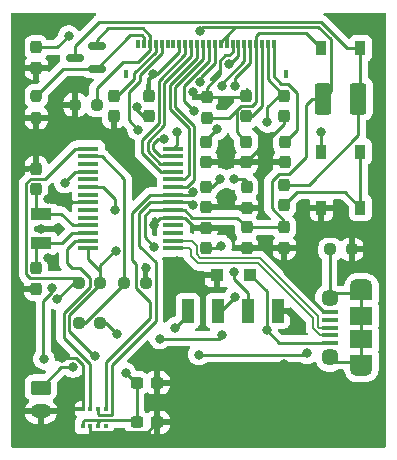
<source format=gbr>
%TF.GenerationSoftware,KiCad,Pcbnew,7.0.2*%
%TF.CreationDate,2024-01-28T11:35:20-05:00*%
%TF.ProjectId,E-INK Watch,452d494e-4b20-4576-9174-63682e6b6963,rev?*%
%TF.SameCoordinates,Original*%
%TF.FileFunction,Copper,L1,Top*%
%TF.FilePolarity,Positive*%
%FSLAX46Y46*%
G04 Gerber Fmt 4.6, Leading zero omitted, Abs format (unit mm)*
G04 Created by KiCad (PCBNEW 7.0.2) date 2024-01-28 11:35:20*
%MOMM*%
%LPD*%
G01*
G04 APERTURE LIST*
G04 Aperture macros list*
%AMRoundRect*
0 Rectangle with rounded corners*
0 $1 Rounding radius*
0 $2 $3 $4 $5 $6 $7 $8 $9 X,Y pos of 4 corners*
0 Add a 4 corners polygon primitive as box body*
4,1,4,$2,$3,$4,$5,$6,$7,$8,$9,$2,$3,0*
0 Add four circle primitives for the rounded corners*
1,1,$1+$1,$2,$3*
1,1,$1+$1,$4,$5*
1,1,$1+$1,$6,$7*
1,1,$1+$1,$8,$9*
0 Add four rect primitives between the rounded corners*
20,1,$1+$1,$2,$3,$4,$5,0*
20,1,$1+$1,$4,$5,$6,$7,0*
20,1,$1+$1,$6,$7,$8,$9,0*
20,1,$1+$1,$8,$9,$2,$3,0*%
G04 Aperture macros list end*
%TA.AperFunction,ComponentPad*%
%ADD10RoundRect,0.250000X-0.625000X0.350000X-0.625000X-0.350000X0.625000X-0.350000X0.625000X0.350000X0*%
%TD*%
%TA.AperFunction,ComponentPad*%
%ADD11O,1.750000X1.200000*%
%TD*%
%TA.AperFunction,SMDPad,CuDef*%
%ADD12R,0.350000X0.350000*%
%TD*%
%TA.AperFunction,SMDPad,CuDef*%
%ADD13RoundRect,0.150000X0.587500X0.150000X-0.587500X0.150000X-0.587500X-0.150000X0.587500X-0.150000X0*%
%TD*%
%TA.AperFunction,SMDPad,CuDef*%
%ADD14R,0.900000X1.200000*%
%TD*%
%TA.AperFunction,SMDPad,CuDef*%
%ADD15RoundRect,0.237500X-0.237500X0.300000X-0.237500X-0.300000X0.237500X-0.300000X0.237500X0.300000X0*%
%TD*%
%TA.AperFunction,SMDPad,CuDef*%
%ADD16RoundRect,0.237500X0.250000X0.237500X-0.250000X0.237500X-0.250000X-0.237500X0.250000X-0.237500X0*%
%TD*%
%TA.AperFunction,SMDPad,CuDef*%
%ADD17RoundRect,0.237500X0.237500X-0.300000X0.237500X0.300000X-0.237500X0.300000X-0.237500X-0.300000X0*%
%TD*%
%TA.AperFunction,SMDPad,CuDef*%
%ADD18R,1.020000X2.000000*%
%TD*%
%TA.AperFunction,SMDPad,CuDef*%
%ADD19R,1.350000X0.400000*%
%TD*%
%TA.AperFunction,ComponentPad*%
%ADD20O,1.900000X1.200000*%
%TD*%
%TA.AperFunction,SMDPad,CuDef*%
%ADD21R,1.900000X1.200000*%
%TD*%
%TA.AperFunction,ComponentPad*%
%ADD22C,1.450000*%
%TD*%
%TA.AperFunction,SMDPad,CuDef*%
%ADD23R,1.900000X1.500000*%
%TD*%
%TA.AperFunction,SMDPad,CuDef*%
%ADD24R,1.100000X1.100000*%
%TD*%
%TA.AperFunction,SMDPad,CuDef*%
%ADD25RoundRect,0.237500X-0.300000X-0.237500X0.300000X-0.237500X0.300000X0.237500X-0.300000X0.237500X0*%
%TD*%
%TA.AperFunction,SMDPad,CuDef*%
%ADD26RoundRect,0.237500X-0.250000X-0.237500X0.250000X-0.237500X0.250000X0.237500X-0.250000X0.237500X0*%
%TD*%
%TA.AperFunction,SMDPad,CuDef*%
%ADD27R,0.400000X0.800000*%
%TD*%
%TA.AperFunction,SMDPad,CuDef*%
%ADD28R,0.300000X0.800000*%
%TD*%
%TA.AperFunction,SMDPad,CuDef*%
%ADD29R,1.800000X1.000000*%
%TD*%
%TA.AperFunction,SMDPad,CuDef*%
%ADD30R,1.750000X0.450000*%
%TD*%
%TA.AperFunction,SMDPad,CuDef*%
%ADD31RoundRect,0.237500X0.237500X-0.250000X0.237500X0.250000X-0.237500X0.250000X-0.237500X-0.250000X0*%
%TD*%
%TA.AperFunction,SMDPad,CuDef*%
%ADD32RoundRect,0.250001X-0.462499X-1.074999X0.462499X-1.074999X0.462499X1.074999X-0.462499X1.074999X0*%
%TD*%
%TA.AperFunction,ViaPad*%
%ADD33C,0.800000*%
%TD*%
%TA.AperFunction,Conductor*%
%ADD34C,0.250000*%
%TD*%
%TA.AperFunction,Conductor*%
%ADD35C,0.200000*%
%TD*%
G04 APERTURE END LIST*
D10*
%TO.P,J3,1,Pin_1*%
%TO.N,+BATT*%
X82550000Y-132080000D03*
D11*
%TO.P,J3,2,Pin_2*%
%TO.N,GND*%
X82550000Y-134080000D03*
%TD*%
D12*
%TO.P,U2,8,VDD*%
%TO.N,+3.3V*%
X86085000Y-135345000D03*
%TO.P,U2,7,GND*%
%TO.N,GND*%
X86735000Y-135345000D03*
%TO.P,U2,6,VDDIO*%
%TO.N,+3.3V*%
X87385000Y-135345000D03*
%TO.P,U2,5,SDO*%
%TO.N,unconnected-(U2-SDO-Pad5)*%
X88035000Y-135345000D03*
%TO.P,U2,4,SCK*%
%TO.N,/SCK*%
X88035000Y-133895000D03*
%TO.P,U2,3,SDI*%
%TO.N,/SDI*%
X87385000Y-133895000D03*
%TO.P,U2,2,~{CSB}*%
%TO.N,/SS2*%
X86735000Y-133895000D03*
%TO.P,U2,1,GND*%
%TO.N,GND*%
X86085000Y-133895000D03*
%TD*%
D13*
%TO.P,Q2,1,G*%
%TO.N,/Screen/GDR*%
X87297500Y-105090000D03*
%TO.P,Q2,2,S*%
%TO.N,/Screen/RESE*%
X87297500Y-103190000D03*
%TO.P,Q2,3,D*%
%TO.N,Net-(D6-A)*%
X85422500Y-104140000D03*
%TD*%
D14*
%TO.P,D5,1,K*%
%TO.N,GND*%
X106300000Y-116840000D03*
%TO.P,D5,2,A*%
%TO.N,Net-(D4-K)*%
X109600000Y-116840000D03*
%TD*%
D15*
%TO.P,C15,1*%
%TO.N,GND*%
X91740000Y-107380000D03*
%TO.P,C15,2*%
%TO.N,Net-(J4-VDD)*%
X91740000Y-109105000D03*
%TD*%
D16*
%TO.P,R1,1*%
%TO.N,+3.3V*%
X87572500Y-123190000D03*
%TO.P,R1,2*%
%TO.N,/~{MCLR}*%
X85747500Y-123190000D03*
%TD*%
%TO.P,R2,1*%
%TO.N,GND*%
X108862500Y-120380000D03*
%TO.P,R2,2*%
%TO.N,Net-(J2-Shield)*%
X107037500Y-120380000D03*
%TD*%
D17*
%TO.P,C18,1*%
%TO.N,GND*%
X82150000Y-105002500D03*
%TO.P,C18,2*%
%TO.N,+3.3V*%
X82150000Y-103277500D03*
%TD*%
D15*
%TO.P,C21,1*%
%TO.N,GND*%
X99920000Y-107380000D03*
%TO.P,C21,2*%
%TO.N,Net-(J4-VSL)*%
X99920000Y-109105000D03*
%TD*%
D17*
%TO.P,C12,1*%
%TO.N,GND*%
X103140000Y-120242500D03*
%TO.P,C12,2*%
%TO.N,+3.3V*%
X103140000Y-118517500D03*
%TD*%
D18*
%TO.P,J1,1,Pin_1*%
%TO.N,GND*%
X102590000Y-125572500D03*
%TO.P,J1,2,Pin_2*%
%TO.N,/ISCPCLK*%
X100050000Y-125572500D03*
%TO.P,J1,3,Pin_3*%
%TO.N,/ISCPDAT*%
X97510000Y-125572500D03*
%TO.P,J1,4,Pin_4*%
%TO.N,/~{MCLR}*%
X94970000Y-125572500D03*
%TD*%
D19*
%TO.P,J2,1,VBUS*%
%TO.N,+5V*%
X106987500Y-128300000D03*
%TO.P,J2,2,D-*%
%TO.N,/D-*%
X106987500Y-127650000D03*
%TO.P,J2,3,D+*%
%TO.N,/D+*%
X106987500Y-127000000D03*
%TO.P,J2,4,ID*%
%TO.N,unconnected-(J2-ID-Pad4)*%
X106987500Y-126350000D03*
%TO.P,J2,5,GND*%
%TO.N,GND*%
X106987500Y-125700000D03*
D20*
%TO.P,J2,6,Shield*%
%TO.N,Net-(J2-Shield)*%
X109687500Y-130500000D03*
D21*
X109687500Y-129900000D03*
D22*
X106987500Y-129500000D03*
D23*
X109687500Y-128000000D03*
X109687500Y-126000000D03*
D22*
X106987500Y-124500000D03*
D21*
X109687500Y-124100000D03*
D20*
X109687500Y-123500000D03*
%TD*%
D16*
%TO.P,R11,1*%
%TO.N,/Screen/RESE*%
X87272500Y-108150000D03*
%TO.P,R11,2*%
%TO.N,GND*%
X85447500Y-108150000D03*
%TD*%
D24*
%TO.P,D3,1,K*%
%TO.N,+5V*%
X100260000Y-122520000D03*
%TO.P,D3,2,A*%
%TO.N,GND*%
X97460000Y-122520000D03*
%TD*%
D16*
%TO.P,R9,1*%
%TO.N,GND*%
X91440000Y-123190000D03*
%TO.P,R9,2*%
%TO.N,/USB_IN*%
X89615000Y-123190000D03*
%TD*%
D15*
%TO.P,C2,1*%
%TO.N,+3.3V*%
X99960000Y-118517500D03*
%TO.P,C2,2*%
%TO.N,GND*%
X99960000Y-120242500D03*
%TD*%
%TO.P,C14,1*%
%TO.N,/Screen/PREVGH*%
X99920000Y-111260000D03*
%TO.P,C14,2*%
%TO.N,GND*%
X99920000Y-112985000D03*
%TD*%
%TO.P,C19,1*%
%TO.N,GND*%
X96580000Y-107495000D03*
%TO.P,C19,2*%
%TO.N,/Screen/PREVGH*%
X96580000Y-109220000D03*
%TD*%
D17*
%TO.P,C17,1*%
%TO.N,GND*%
X99960000Y-116840000D03*
%TO.P,C17,2*%
%TO.N,Net-(J4-VSH)*%
X99960000Y-115115000D03*
%TD*%
D25*
%TO.P,C6,2*%
%TO.N,GND*%
X92402500Y-131680000D03*
%TO.P,C6,1*%
%TO.N,+3.3V*%
X90677500Y-131680000D03*
%TD*%
D17*
%TO.P,C16,1*%
%TO.N,GND*%
X96520000Y-116825000D03*
%TO.P,C16,2*%
%TO.N,Net-(J4-VPP)*%
X96520000Y-115100000D03*
%TD*%
D26*
%TO.P,R8,1*%
%TO.N,/USB_IN*%
X85747500Y-126630000D03*
%TO.P,R8,2*%
%TO.N,+5V*%
X87572500Y-126630000D03*
%TD*%
D27*
%TO.P,J4,S2*%
%TO.N,N/C*%
X103270000Y-105490000D03*
%TO.P,J4,S1*%
X89770000Y-105490000D03*
D28*
%TO.P,J4,24,VCOM*%
%TO.N,Net-(J4-VCOM)*%
X102270000Y-102990000D03*
%TO.P,J4,23,PREVGL*%
%TO.N,/Screen/PREVGL*%
X101770000Y-102990000D03*
%TO.P,J4,22,VSL*%
%TO.N,Net-(J4-VSL)*%
X101270000Y-102990000D03*
%TO.P,J4,21,PREVGH*%
%TO.N,/Screen/PREVGH*%
X100770000Y-102990000D03*
%TO.P,J4,20,VSH*%
%TO.N,Net-(J4-VSH)*%
X100270000Y-102990000D03*
%TO.P,J4,19,VPP*%
%TO.N,Net-(J4-VPP)*%
X99770000Y-102990000D03*
%TO.P,J4,18,VDD*%
%TO.N,Net-(J4-VDD)*%
X99270000Y-102990000D03*
%TO.P,J4,17,VSS*%
%TO.N,GND*%
X98770000Y-102990000D03*
%TO.P,J4,16,VCI*%
%TO.N,+3.3V*%
X98270000Y-102990000D03*
%TO.P,J4,15,VDDIO*%
X97770000Y-102990000D03*
%TO.P,J4,14,SDI*%
%TO.N,/SDI*%
X97270000Y-102990000D03*
%TO.P,J4,13,SCLK*%
%TO.N,/SCK*%
X96770000Y-102990000D03*
%TO.P,J4,12,CS*%
%TO.N,/SS1*%
X96270000Y-102990000D03*
%TO.P,J4,11,D/C*%
%TO.N,/D{slash}C*%
X95770000Y-102990000D03*
%TO.P,J4,10,RES*%
%TO.N,/RES*%
X95270000Y-102990000D03*
%TO.P,J4,9,BUSY*%
%TO.N,/BUSY*%
X94770000Y-102990000D03*
%TO.P,J4,8,BS*%
%TO.N,GND*%
X94270000Y-102990000D03*
%TO.P,J4,7,TSDA*%
%TO.N,unconnected-(J4-TSDA-Pad7)*%
X93770000Y-102990000D03*
%TO.P,J4,6,TSCL*%
%TO.N,unconnected-(J4-TSCL-Pad6)*%
X93270000Y-102990000D03*
%TO.P,J4,5,VGH*%
%TO.N,Net-(J4-VGH)*%
X92770000Y-102990000D03*
%TO.P,J4,4,VGL*%
%TO.N,Net-(J4-VGL)*%
X92270000Y-102990000D03*
%TO.P,J4,3,RESE*%
%TO.N,/Screen/RESE*%
X91770000Y-102990000D03*
%TO.P,J4,2,GDR*%
%TO.N,/Screen/GDR*%
X91270000Y-102990000D03*
%TO.P,J4,1,NC*%
%TO.N,unconnected-(J4-NC-Pad1)*%
X90770000Y-102990000D03*
%TD*%
D14*
%TO.P,D6,1,K*%
%TO.N,/Screen/PREVGH*%
X106300000Y-103340000D03*
%TO.P,D6,2,A*%
%TO.N,Net-(D6-A)*%
X109600000Y-103340000D03*
%TD*%
D15*
%TO.P,C3,1*%
%TO.N,GND*%
X82150000Y-113550000D03*
%TO.P,C3,2*%
%TO.N,/OSC1*%
X82150000Y-115275000D03*
%TD*%
D17*
%TO.P,C23,1*%
%TO.N,GND*%
X103160000Y-109105000D03*
%TO.P,C23,2*%
%TO.N,/Screen/PREVGL*%
X103160000Y-107380000D03*
%TD*%
%TO.P,C22,1*%
%TO.N,GND*%
X96520000Y-113022500D03*
%TO.P,C22,2*%
%TO.N,Net-(J4-VGH)*%
X96520000Y-111297500D03*
%TD*%
D29*
%TO.P,Y1,1,1*%
%TO.N,/OSC2*%
X82550000Y-119880000D03*
%TO.P,Y1,2,2*%
%TO.N,/OSC1*%
X82550000Y-117380000D03*
%TD*%
D30*
%TO.P,U1,28,RB7/PGD*%
%TO.N,/ISCPDAT*%
X93770000Y-111845000D03*
%TO.P,U1,27,RB6/PGC*%
%TO.N,/ISCPCLK*%
X93770000Y-112495000D03*
%TO.P,U1,26,RB5/SDA1*%
%TO.N,/RES*%
X93770000Y-113145000D03*
%TO.P,U1,25,RB4/SCL1*%
%TO.N,/BUSY*%
X93770000Y-113795000D03*
%TO.P,U1,24,RB3/AN9*%
%TO.N,/D{slash}C*%
X93770000Y-114445000D03*
%TO.P,U1,23,RB2/AN8*%
%TO.N,/SS1*%
X93770000Y-115095000D03*
%TO.P,U1,22,RB1/AN10*%
%TO.N,/SCK*%
X93770000Y-115745000D03*
%TO.P,U1,21,RB0/AN12*%
%TO.N,/SDI*%
X93770000Y-116395000D03*
%TO.P,U1,20,VDD*%
%TO.N,+3.3V*%
X93770000Y-117045000D03*
%TO.P,U1,19,VSS*%
%TO.N,GND*%
X93770000Y-117695000D03*
%TO.P,U1,18,RC7/RX1*%
%TO.N,unconnected-(U1-RC7{slash}RX1-Pad18)*%
X93770000Y-118345000D03*
%TO.P,U1,17,RC6/TX1*%
%TO.N,unconnected-(U1-RC6{slash}TX1-Pad17)*%
X93770000Y-118995000D03*
%TO.P,U1,16,RC5/D+*%
%TO.N,/D+*%
X93770000Y-119645000D03*
%TO.P,U1,15,RC4/D-*%
%TO.N,/D-*%
X93770000Y-120295000D03*
%TO.P,U1,14,VUSB*%
%TO.N,+3.3V*%
X86570000Y-120295000D03*
%TO.P,U1,13,RC2/AN11*%
%TO.N,/SS2*%
X86570000Y-119645000D03*
%TO.P,U1,12,RC1/T1OSI*%
%TO.N,/OSC2*%
X86570000Y-118995000D03*
%TO.P,U1,11,RC0/T1OSO*%
%TO.N,/OSC1*%
X86570000Y-118345000D03*
%TO.P,U1,10,OSC2/CLKO/RA6*%
%TO.N,unconnected-(U1-OSC2{slash}CLKO{slash}RA6-Pad10)*%
X86570000Y-117695000D03*
%TO.P,U1,9,OSC1/CLKI/RA7*%
%TO.N,unconnected-(U1-OSC1{slash}CLKI{slash}RA7-Pad9)*%
X86570000Y-117045000D03*
%TO.P,U1,8,VSS*%
%TO.N,GND*%
X86570000Y-116395000D03*
%TO.P,U1,7,RA5/AN4*%
%TO.N,unconnected-(U1-RA5{slash}AN4-Pad7)*%
X86570000Y-115745000D03*
%TO.P,U1,6,VDDCORE/VCAP*%
%TO.N,Net-(U1-VDDCORE{slash}VCAP)*%
X86570000Y-115095000D03*
%TO.P,U1,5,RA3/AN3*%
%TO.N,unconnected-(U1-RA3{slash}AN3-Pad5)*%
X86570000Y-114445000D03*
%TO.P,U1,4,RA2/AN2*%
%TO.N,/BATT_V*%
X86570000Y-113795000D03*
%TO.P,U1,3,RA1/AN1*%
%TO.N,unconnected-(U1-RA1{slash}AN1-Pad3)*%
X86570000Y-113145000D03*
%TO.P,U1,2,RA0/AN0*%
%TO.N,/USB_IN*%
X86570000Y-112495000D03*
%TO.P,U1,1,~{MCLR}*%
%TO.N,/~{MCLR}*%
X86570000Y-111845000D03*
%TD*%
D31*
%TO.P,R10,1*%
%TO.N,GND*%
X82150000Y-109220000D03*
%TO.P,R10,2*%
%TO.N,/Screen/GDR*%
X82150000Y-107395000D03*
%TD*%
D17*
%TO.P,C4,1*%
%TO.N,GND*%
X82130000Y-123702500D03*
%TO.P,C4,2*%
%TO.N,/OSC2*%
X82130000Y-121977500D03*
%TD*%
%TO.P,C24,1*%
%TO.N,GND*%
X103177500Y-113022500D03*
%TO.P,C24,2*%
%TO.N,Net-(J4-VCOM)*%
X103177500Y-111297500D03*
%TD*%
D15*
%TO.P,C13,1*%
%TO.N,Net-(D6-A)*%
X103150000Y-114887500D03*
%TO.P,C13,2*%
%TO.N,Net-(D4-K)*%
X103150000Y-116612500D03*
%TD*%
%TO.P,C1,1*%
%TO.N,GND*%
X96520000Y-118555000D03*
%TO.P,C1,2*%
%TO.N,Net-(U1-VDDCORE{slash}VCAP)*%
X96520000Y-120280000D03*
%TD*%
D14*
%TO.P,D4,1,K*%
%TO.N,Net-(D4-K)*%
X109600000Y-112100000D03*
%TO.P,D4,2,A*%
%TO.N,/Screen/PREVGL*%
X106300000Y-112100000D03*
%TD*%
D17*
%TO.P,C20,1*%
%TO.N,GND*%
X88700000Y-109105000D03*
%TO.P,C20,2*%
%TO.N,Net-(J4-VGL)*%
X88700000Y-107380000D03*
%TD*%
D32*
%TO.P,L1,1,1*%
%TO.N,+3.3V*%
X106462500Y-107620000D03*
%TO.P,L1,2,2*%
%TO.N,Net-(D6-A)*%
X109437500Y-107620000D03*
%TD*%
D25*
%TO.P,C5,1*%
%TO.N,+3.3V*%
X90677500Y-135020000D03*
%TO.P,C5,2*%
%TO.N,GND*%
X92402500Y-135020000D03*
%TD*%
D33*
%TO.N,GND*%
X91440000Y-121970800D03*
X92125800Y-118338600D03*
X94081600Y-121335800D03*
X95402400Y-107061000D03*
X105003600Y-120192800D03*
X82143600Y-111810800D03*
%TO.N,/BATT_V*%
X82804000Y-129667000D03*
X83515200Y-123647200D03*
%TO.N,GND*%
X84353400Y-129590800D03*
%TO.N,+BATT*%
X85259451Y-130353049D03*
%TO.N,+3.3V*%
X89712800Y-130835400D03*
X84886800Y-102311200D03*
X87096600Y-129438400D03*
X92151200Y-120167400D03*
X88890500Y-120497600D03*
X96012000Y-101904800D03*
%TO.N,GND*%
X89611200Y-110871000D03*
X101727000Y-112979200D03*
X104241600Y-126568200D03*
X83134200Y-116154200D03*
X103124000Y-130098800D03*
X83108800Y-121081800D03*
X92049600Y-105562400D03*
X82550000Y-118643400D03*
%TO.N,+5V*%
X88958999Y-127526191D03*
X101676200Y-127228600D03*
%TO.N,+BATT*%
X105079800Y-129184400D03*
X95926959Y-129285500D03*
%TO.N,Net-(U1-VDDCORE{slash}VCAP)*%
X88823800Y-117017800D03*
X97815400Y-120065800D03*
%TO.N,/BATT_V*%
X84556600Y-114731800D03*
%TO.N,Net-(D2-K)*%
X92621100Y-127927100D03*
X97917000Y-127660400D03*
%TO.N,/Screen/PREVGL*%
X101727000Y-109601000D03*
X106299000Y-110413800D03*
%TO.N,Net-(J4-VDD)*%
X90703400Y-108331000D03*
X98509601Y-104707201D03*
%TO.N,/ISCPCLK*%
X98882200Y-122326400D03*
X92938600Y-111020498D03*
%TO.N,/ISCPDAT*%
X94081600Y-110464600D03*
X98962212Y-124406153D03*
%TO.N,/~{MCLR}*%
X83921600Y-124587000D03*
X93878400Y-127025400D03*
%TO.N,Net-(J4-VPP)*%
X97688400Y-114401600D03*
X97891600Y-106578400D03*
%TO.N,Net-(J4-VSH)*%
X99004590Y-106589074D03*
X98856800Y-114401600D03*
%TO.N,Net-(J4-VGH)*%
X97434400Y-110210600D03*
X90779600Y-110236000D03*
%TO.N,/SCK*%
X95478600Y-108635800D03*
X95459917Y-115554681D03*
%TO.N,/SDI*%
X96003599Y-106239799D03*
X95445500Y-116586000D03*
%TD*%
D34*
%TO.N,/SCK*%
X94677400Y-107834600D02*
X95478600Y-108635800D01*
X96770000Y-104448800D02*
X94677400Y-106541400D01*
X96770000Y-102990000D02*
X96770000Y-104448800D01*
X94677400Y-106541400D02*
X94677400Y-107834600D01*
%TO.N,GND*%
X91440000Y-121970800D02*
X91440000Y-123190000D01*
%TO.N,/SCK*%
X88035000Y-129922400D02*
X88035000Y-133895000D01*
X90576400Y-123609395D02*
X91802500Y-124835495D01*
X90576400Y-121615200D02*
X90576400Y-123609395D01*
X90271600Y-117297200D02*
X90271600Y-121310400D01*
X91802500Y-124835495D02*
X91802500Y-126154900D01*
X91802500Y-126154900D02*
X88035000Y-129922400D01*
X91823800Y-115745000D02*
X90271600Y-117297200D01*
X90271600Y-121310400D02*
X90576400Y-121615200D01*
X93770000Y-115745000D02*
X91823800Y-115745000D01*
%TO.N,/SDI*%
X87385000Y-134349600D02*
X87385000Y-133895000D01*
X87430400Y-134395000D02*
X87385000Y-134349600D01*
X88535000Y-134395000D02*
X87430400Y-134395000D01*
X92252500Y-121453195D02*
X92252500Y-126457595D01*
X92252500Y-126457595D02*
X88581400Y-130128695D01*
X88581400Y-134348600D02*
X88535000Y-134395000D01*
X90874000Y-117331196D02*
X90874000Y-120074695D01*
X91810196Y-116395000D02*
X90874000Y-117331196D01*
X90874000Y-120074695D02*
X92252500Y-121453195D01*
X88581400Y-130128695D02*
X88581400Y-134348600D01*
X93770000Y-116395000D02*
X91810196Y-116395000D01*
%TO.N,+3.3V*%
X89712800Y-130835400D02*
X89687400Y-130835400D01*
X90557400Y-131680000D02*
X90677500Y-131680000D01*
X89712800Y-130835400D02*
X90557400Y-131680000D01*
X86235000Y-134845000D02*
X87535000Y-134845000D01*
X86085000Y-134995000D02*
X86235000Y-134845000D01*
X86085000Y-135345000D02*
X86085000Y-134995000D01*
X90502500Y-134845000D02*
X90677500Y-135020000D01*
X87385000Y-134995000D02*
X87535000Y-134845000D01*
X87385000Y-135345000D02*
X87385000Y-134995000D01*
X87535000Y-134845000D02*
X90502500Y-134845000D01*
%TO.N,GND*%
X86735000Y-135770000D02*
X86735000Y-135345000D01*
X86810000Y-135845000D02*
X86735000Y-135770000D01*
X91577500Y-135845000D02*
X86810000Y-135845000D01*
X92402500Y-135020000D02*
X91577500Y-135845000D01*
%TO.N,/SS2*%
X86735000Y-130118200D02*
X86735000Y-133895000D01*
X84485000Y-127868200D02*
X86735000Y-130118200D01*
X84485000Y-125776200D02*
X84485000Y-127868200D01*
X85140800Y-121970800D02*
X85877400Y-121970800D01*
X85877400Y-121970800D02*
X86690200Y-122783600D01*
X86690200Y-123571000D02*
X84485000Y-125776200D01*
X84734400Y-121564400D02*
X85140800Y-121970800D01*
X85445000Y-119645000D02*
X84734400Y-120355600D01*
X84734400Y-120355600D02*
X84734400Y-121564400D01*
X86570000Y-119645000D02*
X85445000Y-119645000D01*
X86690200Y-122783600D02*
X86690200Y-123571000D01*
%TO.N,GND*%
X86085000Y-130153293D02*
X86085000Y-133895000D01*
X85522507Y-129590800D02*
X86085000Y-130153293D01*
%TO.N,+3.3V*%
X90677500Y-135020000D02*
X90677500Y-131680000D01*
%TO.N,GND*%
X95402400Y-107061000D02*
X95836400Y-107495000D01*
X95836400Y-107495000D02*
X96580000Y-107495000D01*
D35*
%TO.N,/D-*%
X100904981Y-121567481D02*
X105562519Y-126225019D01*
X93770000Y-120295000D02*
X95123600Y-120295000D01*
X106176131Y-127650000D02*
X106987500Y-127650000D01*
X105562519Y-126225019D02*
X105562519Y-127036388D01*
X95123600Y-120295000D02*
X95224600Y-120396000D01*
X95224600Y-120918609D02*
X95873472Y-121567481D01*
X95873472Y-121567481D02*
X100904981Y-121567481D01*
X105562519Y-127036388D02*
X106176131Y-127650000D01*
X95224600Y-120396000D02*
X95224600Y-120918609D01*
%TO.N,/D+*%
X95745000Y-120078200D02*
X95745000Y-120802640D01*
X96059860Y-121117500D02*
X101091397Y-121117500D01*
X101091397Y-121117500D02*
X106012500Y-126038603D01*
X106091817Y-127000000D02*
X106987500Y-127000000D01*
X106012500Y-126920683D02*
X106091817Y-127000000D01*
X95311800Y-119645000D02*
X95745000Y-120078200D01*
X106012500Y-126038603D02*
X106012500Y-126920683D01*
X93770000Y-119645000D02*
X95311800Y-119645000D01*
X95745000Y-120802640D02*
X96059860Y-121117500D01*
D34*
%TO.N,GND*%
X92635200Y-117695000D02*
X92125800Y-118204400D01*
X93770000Y-117695000D02*
X92635200Y-117695000D01*
X92125800Y-118204400D02*
X92125800Y-118338600D01*
%TO.N,+3.3V*%
X91324000Y-119340200D02*
X92151200Y-120167400D01*
X91324000Y-117517592D02*
X91324000Y-119340200D01*
X93770000Y-117045000D02*
X91796592Y-117045000D01*
X91796592Y-117045000D02*
X91324000Y-117517592D01*
%TO.N,GND*%
X85522507Y-129590800D02*
X84353400Y-129590800D01*
X94005400Y-121335800D02*
X94056200Y-121386600D01*
X94081600Y-121335800D02*
X94005400Y-121335800D01*
X94081600Y-121412000D02*
X94081600Y-121335800D01*
X95189600Y-122520000D02*
X94081600Y-121412000D01*
X97460000Y-122520000D02*
X95189600Y-122520000D01*
X83375000Y-116395000D02*
X83134200Y-116154200D01*
X86570000Y-116395000D02*
X83375000Y-116395000D01*
%TO.N,/BUSY*%
X91135200Y-111099600D02*
X91135200Y-112246596D01*
X92540000Y-106097305D02*
X92540000Y-109694800D01*
X92683604Y-113795000D02*
X93770000Y-113795000D01*
X94770000Y-103867305D02*
X92540000Y-106097305D01*
X91135200Y-112246596D02*
X92683604Y-113795000D01*
X94770000Y-102990000D02*
X94770000Y-103867305D01*
X92540000Y-109694800D02*
X91135200Y-111099600D01*
%TO.N,/RES*%
X95270000Y-104003701D02*
X95270000Y-102990000D01*
X92990000Y-109881196D02*
X92990000Y-106283701D01*
X92990000Y-106283701D02*
X95270000Y-104003701D01*
X91585200Y-111285996D02*
X92990000Y-109881196D01*
X91585200Y-112060200D02*
X91585200Y-111285996D01*
X93770000Y-113145000D02*
X92670000Y-113145000D01*
X92670000Y-113145000D02*
X91585200Y-112060200D01*
%TO.N,/D{slash}C*%
X93440000Y-108502200D02*
X95046800Y-110109000D01*
X93440000Y-106470097D02*
X93440000Y-108502200D01*
X95046800Y-110109000D02*
X95046800Y-114096800D01*
X94698600Y-114445000D02*
X93770000Y-114445000D01*
X95770000Y-104140097D02*
X93440000Y-106470097D01*
X95046800Y-114096800D02*
X94698600Y-114445000D01*
X95770000Y-102990000D02*
X95770000Y-104140097D01*
%TO.N,/SS1*%
X94895000Y-115095000D02*
X93770000Y-115095000D01*
X93890000Y-108315804D02*
X95496800Y-109922604D01*
X93890000Y-106656493D02*
X93890000Y-108315804D01*
X95496800Y-114493200D02*
X94895000Y-115095000D01*
X96270000Y-104276493D02*
X93890000Y-106656493D01*
X96270000Y-102990000D02*
X96270000Y-104276493D01*
X95496800Y-109922604D02*
X95496800Y-114493200D01*
%TO.N,/BATT_V*%
X82753200Y-129616200D02*
X82804000Y-129667000D01*
X82753200Y-124730095D02*
X82753200Y-129616200D01*
X83515200Y-123968095D02*
X82753200Y-124730095D01*
X83515200Y-123647200D02*
X83515200Y-123968095D01*
%TO.N,+BATT*%
X84276951Y-130353049D02*
X82550000Y-132080000D01*
X85259451Y-130353049D02*
X84276951Y-130353049D01*
%TO.N,Net-(D2-K)*%
X97650300Y-127927100D02*
X97917000Y-127660400D01*
X92621100Y-127927100D02*
X97650300Y-127927100D01*
%TO.N,+3.3V*%
X106462500Y-107620000D02*
X107075000Y-107007500D01*
X97770000Y-102790000D02*
X97770000Y-102990000D01*
X96291400Y-101574600D02*
X96012000Y-101854000D01*
X106045000Y-101574600D02*
X98985400Y-101574600D01*
X84935000Y-127327600D02*
X87045800Y-129438400D01*
X98270000Y-102290000D02*
X98270000Y-102990000D01*
X98985400Y-101574600D02*
X98270000Y-102290000D01*
X103140000Y-117948200D02*
X102082600Y-116890800D01*
X87096600Y-129489200D02*
X87071200Y-129463800D01*
X86570000Y-121164800D02*
X87579200Y-122174000D01*
X83920500Y-103277500D02*
X84886800Y-102311200D01*
X87579200Y-123183300D02*
X87572500Y-123190000D01*
X99135000Y-117692500D02*
X99960000Y-118517500D01*
X87045800Y-129438400D02*
X87096600Y-129438400D01*
X87572500Y-123190000D02*
X87572500Y-123325096D01*
X102082600Y-116890800D02*
X102082600Y-114621905D01*
X87096600Y-129438400D02*
X87096600Y-129489200D01*
X102679505Y-114025000D02*
X103526000Y-114025000D01*
X95381995Y-117692500D02*
X99135000Y-117692500D01*
X96012000Y-101904800D02*
X95961200Y-101904800D01*
X87572500Y-123325096D02*
X84935000Y-125962596D01*
X84935000Y-125962596D02*
X84935000Y-127327600D01*
X94734495Y-117045000D02*
X95381995Y-117692500D01*
X103140000Y-118517500D02*
X103140000Y-117948200D01*
X107075000Y-102604600D02*
X106045000Y-101574600D01*
X105536800Y-107620000D02*
X106462500Y-107620000D01*
X105003600Y-112547400D02*
X105003600Y-108153200D01*
X99960000Y-118517500D02*
X103140000Y-118517500D01*
X98985400Y-101574600D02*
X96291400Y-101574600D01*
X87579200Y-122174000D02*
X87579200Y-123183300D01*
X88823800Y-120497600D02*
X87579200Y-121742200D01*
X88890500Y-120497600D02*
X88823800Y-120497600D01*
X82150000Y-103277500D02*
X83920500Y-103277500D01*
X95961200Y-101904800D02*
X96037400Y-101828600D01*
X93770000Y-117045000D02*
X94734495Y-117045000D01*
X102082600Y-114621905D02*
X102679505Y-114025000D01*
X107075000Y-107007500D02*
X107075000Y-102604600D01*
X103526000Y-114025000D02*
X105003600Y-112547400D01*
X105003600Y-108153200D02*
X105536800Y-107620000D01*
X98985400Y-101574600D02*
X97770000Y-102790000D01*
X84886800Y-102311200D02*
X84861400Y-102336600D01*
X86570000Y-120295000D02*
X86570000Y-121164800D01*
X87579200Y-121742200D02*
X87579200Y-122174000D01*
X96012000Y-101854000D02*
X96012000Y-101904800D01*
%TO.N,GND*%
X99805000Y-107495000D02*
X99920000Y-107380000D01*
X98151800Y-103962200D02*
X97720000Y-104394000D01*
X94270000Y-102990000D02*
X94270000Y-103690000D01*
X98770000Y-102990000D02*
X98770000Y-103690000D01*
X98497800Y-103962200D02*
X98151800Y-103962200D01*
X91740000Y-105872000D02*
X92049600Y-105562400D01*
X93770000Y-117695000D02*
X94748099Y-117695000D01*
X102590000Y-125572500D02*
X103245900Y-125572500D01*
X94748099Y-117695000D02*
X95608099Y-118555000D01*
X99920000Y-112985000D02*
X96557500Y-112985000D01*
X96557500Y-112985000D02*
X96520000Y-113022500D01*
X98770000Y-103690000D02*
X98497800Y-103962200D01*
X103245900Y-125572500D02*
X104241600Y-126568200D01*
X103140000Y-122327500D02*
X103140000Y-120242500D01*
X97720000Y-105548703D02*
X96580000Y-106688703D01*
X106512500Y-125700000D02*
X103140000Y-122327500D01*
X91740000Y-107380000D02*
X91740000Y-105872000D01*
X96580000Y-106688703D02*
X96580000Y-107495000D01*
X97720000Y-104394000D02*
X97720000Y-105548703D01*
X96580000Y-107495000D02*
X99805000Y-107495000D01*
X103160000Y-109745000D02*
X99920000Y-112985000D01*
X103160000Y-109105000D02*
X103160000Y-109745000D01*
X95608099Y-118555000D02*
X96520000Y-118555000D01*
X92397600Y-105562400D02*
X92049600Y-105562400D01*
X94270000Y-103690000D02*
X92397600Y-105562400D01*
X106987500Y-125700000D02*
X106512500Y-125700000D01*
%TO.N,/OSC1*%
X82150000Y-115275000D02*
X82150000Y-116980000D01*
X82150000Y-116980000D02*
X82550000Y-117380000D01*
X86570000Y-118345000D02*
X85223400Y-118345000D01*
X85223400Y-118345000D02*
X84258400Y-117380000D01*
X84258400Y-117380000D02*
X82550000Y-117380000D01*
%TO.N,/OSC2*%
X86570000Y-118995000D02*
X85221000Y-118995000D01*
X84336000Y-119880000D02*
X82550000Y-119880000D01*
X82130000Y-120300000D02*
X82550000Y-119880000D01*
X82130000Y-121977500D02*
X82130000Y-120300000D01*
X85221000Y-118995000D02*
X84336000Y-119880000D01*
%TO.N,+5V*%
X88062808Y-126630000D02*
X88958999Y-127526191D01*
X102747600Y-128300000D02*
X101676200Y-127228600D01*
X101676200Y-123936200D02*
X101676200Y-127228600D01*
X100260000Y-122520000D02*
X101676200Y-123936200D01*
X87572500Y-126630000D02*
X88062808Y-126630000D01*
X106987500Y-128300000D02*
X102747600Y-128300000D01*
%TO.N,+BATT*%
X95926959Y-129285500D02*
X104978700Y-129285500D01*
X104978700Y-129285500D02*
X105079800Y-129184400D01*
%TO.N,Net-(U1-VDDCORE{slash}VCAP)*%
X97815400Y-120116600D02*
X97815400Y-120065800D01*
X87775600Y-115095000D02*
X88823800Y-116143200D01*
X97866200Y-120065800D02*
X97790000Y-120142000D01*
X97652000Y-120280000D02*
X97815400Y-120116600D01*
X86570000Y-115095000D02*
X87775600Y-115095000D01*
X97815400Y-120065800D02*
X97866200Y-120065800D01*
X96520000Y-120280000D02*
X97652000Y-120280000D01*
X88823800Y-116143200D02*
X88823800Y-117017800D01*
%TO.N,/BATT_V*%
X84556600Y-114681000D02*
X84556600Y-114731800D01*
X86570000Y-113795000D02*
X85445000Y-113795000D01*
X85445000Y-113795000D02*
X84559000Y-114681000D01*
X84556600Y-114731800D02*
X84559000Y-114681000D01*
%TO.N,Net-(D6-A)*%
X108445400Y-103340000D02*
X107525000Y-102419600D01*
X109600000Y-103340000D02*
X109600000Y-107457500D01*
X109437500Y-110729700D02*
X109437500Y-107620000D01*
X106231396Y-101124600D02*
X87495800Y-101124600D01*
X109600000Y-103340000D02*
X108445400Y-103340000D01*
X103150000Y-114887500D02*
X105279700Y-114887500D01*
X105279700Y-114887500D02*
X109437500Y-110729700D01*
X87495800Y-101124600D02*
X85422500Y-103197900D01*
X107525000Y-102419600D02*
X107525000Y-102418204D01*
X85422500Y-103197900D02*
X85422500Y-104140000D01*
X109600000Y-107457500D02*
X109437500Y-107620000D01*
X107525000Y-102418204D02*
X106231396Y-101124600D01*
%TO.N,/Screen/PREVGL*%
X106300000Y-110414800D02*
X106299000Y-110413800D01*
X106300000Y-112100000D02*
X106300000Y-110414800D01*
X101727000Y-108356400D02*
X101727000Y-109601000D01*
X101727000Y-109601000D02*
X101727000Y-109550200D01*
X103160000Y-107380000D02*
X102703400Y-107380000D01*
X103160000Y-107380000D02*
X101770000Y-105990000D01*
X101770000Y-105990000D02*
X101770000Y-102990000D01*
X102703400Y-107380000D02*
X101727000Y-108356400D01*
%TO.N,/Screen/PREVGH*%
X104991800Y-102031800D02*
X106300000Y-103340000D01*
X98472005Y-109220000D02*
X99449505Y-108242500D01*
X99920000Y-111260000D02*
X99120000Y-110460000D01*
X100770000Y-102990000D02*
X100770000Y-102290000D01*
X101028200Y-102031800D02*
X104991800Y-102031800D01*
X99120000Y-110460000D02*
X99120000Y-108572005D01*
X96580000Y-109220000D02*
X98472005Y-109220000D01*
X100393100Y-108242500D02*
X100770000Y-107865600D01*
X99120000Y-108572005D02*
X99449505Y-108242500D01*
X100770000Y-102290000D02*
X101028200Y-102031800D01*
X100770000Y-107865600D02*
X100770000Y-102990000D01*
X99449505Y-108242500D02*
X100393100Y-108242500D01*
%TO.N,Net-(D4-K)*%
X109600000Y-116840000D02*
X109600000Y-112100000D01*
X104243300Y-115519200D02*
X108279200Y-115519200D01*
X108279200Y-115519200D02*
X109600000Y-116840000D01*
X103150000Y-116612500D02*
X104243300Y-115519200D01*
%TO.N,Net-(J4-VDD)*%
X90703400Y-108331000D02*
X90703400Y-108585000D01*
X91223400Y-109105000D02*
X91740000Y-109105000D01*
X98567603Y-104707201D02*
X99270000Y-104004804D01*
X98509601Y-104707201D02*
X98567603Y-104707201D01*
X90703400Y-108585000D02*
X91223400Y-109105000D01*
X99270000Y-104004804D02*
X99270000Y-102990000D01*
%TO.N,/ISCPCLK*%
X92657600Y-112495000D02*
X93770000Y-112495000D01*
X92938600Y-111020498D02*
X93119302Y-111020498D01*
X92035200Y-111472392D02*
X92035200Y-111872600D01*
X98882200Y-122892200D02*
X98882200Y-122326400D01*
X100050000Y-124060000D02*
X98882200Y-122892200D01*
X100050000Y-125572500D02*
X100050000Y-124060000D01*
X92035200Y-111872600D02*
X92657600Y-112495000D01*
X92938600Y-111020498D02*
X92487094Y-111020498D01*
X92487094Y-111020498D02*
X92035200Y-111472392D01*
%TO.N,/ISCPDAT*%
X97795865Y-125572500D02*
X98962212Y-124406153D01*
X97510000Y-125572500D02*
X97795865Y-125572500D01*
X93770000Y-111845000D02*
X94081600Y-111533400D01*
X94081600Y-111533400D02*
X94081600Y-110464600D01*
X94081600Y-110464600D02*
X94081600Y-110540800D01*
%TO.N,/~{MCLR}*%
X85397500Y-122840000D02*
X85747500Y-123190000D01*
X94970000Y-125933800D02*
X93878400Y-127025400D01*
X81325000Y-122505495D02*
X81659505Y-122840000D01*
X81659505Y-122840000D02*
X85397500Y-122840000D01*
X85747500Y-123190000D02*
X85318600Y-123190000D01*
X86570000Y-111845000D02*
X85445000Y-111845000D01*
X85318600Y-123190000D02*
X83921600Y-124587000D01*
X94970000Y-125572500D02*
X94970000Y-125933800D01*
X82877500Y-114412500D02*
X81679505Y-114412500D01*
X81325000Y-114767005D02*
X81325000Y-122505495D01*
X81679505Y-114412500D02*
X81325000Y-114767005D01*
X85445000Y-111845000D02*
X82877500Y-114412500D01*
X93878400Y-127025400D02*
X93929200Y-126974600D01*
D35*
%TO.N,/D-*%
X93870000Y-120195000D02*
X93903800Y-120195000D01*
X93770000Y-120295000D02*
X93870000Y-120195000D01*
%TO.N,/D+*%
X93770000Y-119645000D02*
X93870000Y-119745000D01*
X93870000Y-119745000D02*
X93903800Y-119745000D01*
D34*
%TO.N,Net-(J4-VPP)*%
X97891600Y-106578400D02*
X97891600Y-106349800D01*
X99770000Y-104471400D02*
X99770000Y-102990000D01*
X96520000Y-115100000D02*
X97040800Y-115100000D01*
X97739200Y-114401600D02*
X97663000Y-114477800D01*
X97688400Y-114452400D02*
X97688400Y-114401600D01*
X97688400Y-114401600D02*
X97739200Y-114401600D01*
X97891600Y-106349800D02*
X99770000Y-104471400D01*
X97040800Y-115100000D02*
X97688400Y-114452400D01*
%TO.N,Net-(J4-VSH)*%
X100270000Y-104607796D02*
X100270000Y-102990000D01*
X98856800Y-114401600D02*
X99771200Y-114401600D01*
X99004590Y-105873206D02*
X100270000Y-104607796D01*
X99004590Y-106589074D02*
X99004590Y-105873206D01*
X99771200Y-114401600D02*
X99960000Y-114590400D01*
X99960000Y-114590400D02*
X99960000Y-115115000D01*
X99004590Y-106589074D02*
X98862864Y-106730800D01*
%TO.N,/Screen/GDR*%
X91084400Y-102260400D02*
X90127100Y-102260400D01*
X91270000Y-102446000D02*
X91084400Y-102260400D01*
X90127100Y-102260400D02*
X87297500Y-105090000D01*
X84455000Y-105090000D02*
X82150000Y-107395000D01*
X91270000Y-102990000D02*
X91270000Y-102446000D01*
X87297500Y-105090000D02*
X84455000Y-105090000D01*
%TO.N,/Screen/RESE*%
X90728800Y-104546400D02*
X89463600Y-104546400D01*
X91770000Y-103505200D02*
X90728800Y-104546400D01*
X91770000Y-102290000D02*
X91156200Y-101676200D01*
X89463600Y-104546400D02*
X87272500Y-106737500D01*
X87272500Y-106737500D02*
X87272500Y-108150000D01*
X91770000Y-102990000D02*
X91770000Y-103505200D01*
X91770000Y-102990000D02*
X91770000Y-102290000D01*
X88265000Y-101676200D02*
X87297500Y-102643700D01*
X91156200Y-101676200D02*
X88265000Y-101676200D01*
X87297500Y-102643700D02*
X87297500Y-103190000D01*
%TO.N,Net-(J4-VGL)*%
X92270000Y-103641596D02*
X90449400Y-105462196D01*
X88987400Y-107380000D02*
X88700000Y-107380000D01*
X92270000Y-102990000D02*
X92270000Y-103641596D01*
X90449400Y-105918000D02*
X88987400Y-107380000D01*
X90449400Y-105462196D02*
X90449400Y-105918000D01*
%TO.N,Net-(J4-VSL)*%
X101270000Y-108254600D02*
X101270000Y-102990000D01*
X99920000Y-109105000D02*
X100419600Y-109105000D01*
X100419600Y-109105000D02*
X101270000Y-108254600D01*
%TO.N,Net-(J4-VGH)*%
X96520000Y-111297500D02*
X96520000Y-111125000D01*
X92770000Y-102990000D02*
X92770000Y-103777992D01*
X90899400Y-105648592D02*
X90899400Y-106104396D01*
X89978400Y-107025396D02*
X89978400Y-109434800D01*
X89978400Y-109434800D02*
X90779600Y-110236000D01*
X92770000Y-103777992D02*
X90899400Y-105648592D01*
X97434400Y-110210600D02*
X97434400Y-110261400D01*
X96520000Y-111125000D02*
X97434400Y-110210600D01*
X90899400Y-106104396D02*
X89978400Y-107025396D01*
%TO.N,Net-(J4-VCOM)*%
X102270000Y-102990000D02*
X102270000Y-105740000D01*
X102905200Y-106375200D02*
X103488195Y-106375200D01*
X104216200Y-107103205D02*
X104216200Y-110258800D01*
X102270000Y-105740000D02*
X102905200Y-106375200D01*
X103488195Y-106375200D02*
X104216200Y-107103205D01*
X104216200Y-110258800D02*
X103177500Y-111297500D01*
%TO.N,/SCK*%
X95478600Y-115573364D02*
X95478600Y-115747800D01*
X95459917Y-115554681D02*
X95478600Y-115573364D01*
X95475800Y-115745000D02*
X95478600Y-115747800D01*
X95478600Y-108635800D02*
X95478600Y-108686600D01*
X95478600Y-108686600D02*
X95529400Y-108737400D01*
X93770000Y-115745000D02*
X95475800Y-115745000D01*
%TO.N,/SDI*%
X95254500Y-116395000D02*
X93770000Y-116395000D01*
X96003599Y-106239799D02*
X96096601Y-106239799D01*
X96096601Y-105758595D02*
X97270000Y-104585196D01*
X95445500Y-116586000D02*
X95254500Y-116395000D01*
X95445500Y-116586000D02*
X95377000Y-116586000D01*
X96096601Y-106239799D02*
X96096601Y-105758595D01*
X96096601Y-106239799D02*
X96215200Y-106121200D01*
X95377000Y-116586000D02*
X95351600Y-116560600D01*
X97270000Y-104585196D02*
X97270000Y-102990000D01*
%TO.N,Net-(J2-Shield)*%
X109687500Y-126000000D02*
X109687500Y-128000000D01*
X109687500Y-124100000D02*
X109687500Y-123500000D01*
X106987500Y-120430000D02*
X106987500Y-124500000D01*
X109687500Y-124100000D02*
X107387500Y-124100000D01*
X109687500Y-129900000D02*
X109687500Y-130500000D01*
X107387500Y-129900000D02*
X106987500Y-129500000D01*
X109687500Y-129900000D02*
X107387500Y-129900000D01*
X109687500Y-128000000D02*
X109687500Y-129900000D01*
X107037500Y-120380000D02*
X106987500Y-120430000D01*
X107387500Y-124100000D02*
X106987500Y-124500000D01*
X109687500Y-124100000D02*
X109687500Y-126000000D01*
%TO.N,/USB_IN*%
X85747500Y-126630000D02*
X86272800Y-126630000D01*
X89615000Y-114415000D02*
X87695000Y-112495000D01*
X86272800Y-126630000D02*
X89615000Y-123287800D01*
X89615000Y-123190000D02*
X89615000Y-114415000D01*
X89615000Y-123287800D02*
X89615000Y-123190000D01*
X87695000Y-112495000D02*
X86570000Y-112495000D01*
%TD*%
%TA.AperFunction,Conductor*%
%TO.N,GND*%
G36*
X87191344Y-100350502D02*
G01*
X87237837Y-100404158D01*
X87247941Y-100474432D01*
X87218447Y-100539012D01*
X87197281Y-100558438D01*
X87152410Y-100591037D01*
X87142493Y-100597551D01*
X87104439Y-100620057D01*
X87090112Y-100634383D01*
X87075083Y-100647218D01*
X87058694Y-100659125D01*
X87030501Y-100693204D01*
X87022513Y-100701981D01*
X85860689Y-101863804D01*
X85798377Y-101897830D01*
X85727561Y-101892765D01*
X85670726Y-101850218D01*
X85662475Y-101837709D01*
X85625841Y-101774257D01*
X85498052Y-101632333D01*
X85343553Y-101520083D01*
X85343552Y-101520082D01*
X85169088Y-101442406D01*
X84982287Y-101402700D01*
X84791313Y-101402700D01*
X84666779Y-101429170D01*
X84604511Y-101442406D01*
X84430046Y-101520083D01*
X84275547Y-101632333D01*
X84147758Y-101774257D01*
X84052272Y-101939643D01*
X83993258Y-102121270D01*
X83975893Y-102286490D01*
X83948879Y-102352147D01*
X83939679Y-102362414D01*
X83695000Y-102607095D01*
X83632688Y-102641120D01*
X83605904Y-102644000D01*
X83128613Y-102644000D01*
X83060492Y-102623998D01*
X83021374Y-102584149D01*
X82976658Y-102511654D01*
X82976656Y-102511652D01*
X82976655Y-102511650D01*
X82853349Y-102388344D01*
X82853346Y-102388342D01*
X82704920Y-102296791D01*
X82539381Y-102241938D01*
X82539378Y-102241937D01*
X82440414Y-102231826D01*
X82440393Y-102231824D01*
X82437213Y-102231500D01*
X82434007Y-102231500D01*
X81865993Y-102231500D01*
X81865973Y-102231500D01*
X81862788Y-102231501D01*
X81859611Y-102231825D01*
X81859602Y-102231826D01*
X81760618Y-102241938D01*
X81595080Y-102296791D01*
X81446650Y-102388344D01*
X81323344Y-102511650D01*
X81231791Y-102660080D01*
X81176937Y-102825621D01*
X81166826Y-102924585D01*
X81166824Y-102924607D01*
X81166500Y-102927787D01*
X81166500Y-102930991D01*
X81166500Y-102930992D01*
X81166500Y-103624006D01*
X81166500Y-103624025D01*
X81166501Y-103627212D01*
X81166825Y-103630389D01*
X81166826Y-103630397D01*
X81171738Y-103678476D01*
X81176938Y-103729381D01*
X81231791Y-103894920D01*
X81286629Y-103983826D01*
X81315501Y-104030635D01*
X81323342Y-104043346D01*
X81331253Y-104051257D01*
X81365279Y-104113566D01*
X81360216Y-104184382D01*
X81331257Y-104229446D01*
X81323738Y-104236964D01*
X81232246Y-104385295D01*
X81177431Y-104550717D01*
X81167325Y-104649639D01*
X81167000Y-104656029D01*
X81167000Y-104748500D01*
X83133000Y-104748500D01*
X83133000Y-104656029D01*
X83132674Y-104649639D01*
X83122568Y-104550717D01*
X83067753Y-104385295D01*
X82976260Y-104236963D01*
X82968745Y-104229448D01*
X82934719Y-104167136D01*
X82939784Y-104096321D01*
X82968745Y-104051258D01*
X82976658Y-104043346D01*
X83021373Y-103970851D01*
X83074158Y-103923375D01*
X83128613Y-103911000D01*
X83836647Y-103911000D01*
X83857435Y-103913295D01*
X83860407Y-103913201D01*
X83860409Y-103913202D01*
X83928485Y-103911062D01*
X83932445Y-103911000D01*
X83956394Y-103911000D01*
X83960356Y-103911000D01*
X83964356Y-103910494D01*
X83976199Y-103909561D01*
X84020389Y-103908173D01*
X84020389Y-103908172D01*
X84036302Y-103907673D01*
X84036365Y-103909698D01*
X84086339Y-103909839D01*
X84145957Y-103948391D01*
X84175268Y-104013055D01*
X84176500Y-104030634D01*
X84176500Y-104356502D01*
X84176692Y-104358950D01*
X84176693Y-104358958D01*
X84179438Y-104393832D01*
X84181918Y-104402368D01*
X84181715Y-104473364D01*
X84143162Y-104532980D01*
X84134982Y-104539457D01*
X84111626Y-104556426D01*
X84101706Y-104562943D01*
X84063636Y-104585457D01*
X84049309Y-104599785D01*
X84034279Y-104612622D01*
X84017894Y-104624526D01*
X83989716Y-104658587D01*
X83981728Y-104667364D01*
X83348095Y-105300997D01*
X83285783Y-105335023D01*
X83214968Y-105329958D01*
X83158132Y-105287411D01*
X83154693Y-105278192D01*
X83133001Y-105256500D01*
X82404000Y-105256500D01*
X82404000Y-106048000D01*
X82413450Y-106057451D01*
X82447476Y-106119763D01*
X82442411Y-106190578D01*
X82413451Y-106235641D01*
X82286998Y-106362095D01*
X82224686Y-106396120D01*
X82197902Y-106399000D01*
X81865993Y-106399000D01*
X81865973Y-106399000D01*
X81862788Y-106399001D01*
X81859611Y-106399325D01*
X81859602Y-106399326D01*
X81760618Y-106409438D01*
X81595080Y-106464291D01*
X81446650Y-106555844D01*
X81323344Y-106679150D01*
X81231791Y-106827580D01*
X81176937Y-106993121D01*
X81166826Y-107092085D01*
X81166824Y-107092107D01*
X81166500Y-107095287D01*
X81166500Y-107098491D01*
X81166500Y-107098492D01*
X81166500Y-107691506D01*
X81166500Y-107691525D01*
X81166501Y-107694712D01*
X81166825Y-107697889D01*
X81166826Y-107697897D01*
X81173234Y-107760619D01*
X81176938Y-107796881D01*
X81231791Y-107962420D01*
X81323342Y-108110846D01*
X81323344Y-108110849D01*
X81431254Y-108218759D01*
X81465280Y-108281071D01*
X81460215Y-108351886D01*
X81431254Y-108396949D01*
X81323739Y-108504463D01*
X81232246Y-108652795D01*
X81177431Y-108818217D01*
X81167325Y-108917139D01*
X81167000Y-108923529D01*
X81167000Y-108966000D01*
X83133000Y-108966000D01*
X83133000Y-108923529D01*
X83132674Y-108917139D01*
X83122568Y-108818217D01*
X83067753Y-108652795D01*
X82976260Y-108504463D01*
X82875797Y-108404000D01*
X84452000Y-108404000D01*
X84452000Y-108433970D01*
X84452325Y-108440360D01*
X84462431Y-108539282D01*
X84517246Y-108704704D01*
X84608739Y-108853036D01*
X84731963Y-108976260D01*
X84880295Y-109067753D01*
X85045717Y-109122568D01*
X85144639Y-109132674D01*
X85151029Y-109133000D01*
X85193500Y-109133000D01*
X85193500Y-108404000D01*
X84452000Y-108404000D01*
X82875797Y-108404000D01*
X82868746Y-108396949D01*
X82834720Y-108334637D01*
X82839785Y-108263822D01*
X82868746Y-108218759D01*
X82976655Y-108110849D01*
X82976658Y-108110846D01*
X83068209Y-107962420D01*
X83090218Y-107896000D01*
X84452000Y-107896000D01*
X85193500Y-107896000D01*
X85193500Y-107167000D01*
X85151029Y-107167000D01*
X85144639Y-107167325D01*
X85045717Y-107177431D01*
X84880295Y-107232246D01*
X84731963Y-107323739D01*
X84608739Y-107446963D01*
X84517246Y-107595295D01*
X84462431Y-107760717D01*
X84452325Y-107859639D01*
X84452000Y-107866029D01*
X84452000Y-107896000D01*
X83090218Y-107896000D01*
X83123062Y-107796881D01*
X83133500Y-107694713D01*
X83133499Y-107359592D01*
X83153501Y-107291473D01*
X83170395Y-107270507D01*
X84680501Y-105760402D01*
X84742811Y-105726379D01*
X84769594Y-105723500D01*
X86210049Y-105723500D01*
X86278170Y-105743502D01*
X86299144Y-105760405D01*
X86303189Y-105764450D01*
X86303191Y-105764451D01*
X86303193Y-105764453D01*
X86446399Y-105849145D01*
X86606169Y-105895562D01*
X86643498Y-105898500D01*
X86911403Y-105898500D01*
X86979524Y-105918502D01*
X87026017Y-105972158D01*
X87036121Y-106042432D01*
X87006627Y-106107012D01*
X87000498Y-106113596D01*
X86883833Y-106230260D01*
X86867516Y-106243332D01*
X86818870Y-106295135D01*
X86816121Y-106297972D01*
X86799167Y-106314927D01*
X86799160Y-106314934D01*
X86796365Y-106317730D01*
X86793942Y-106320852D01*
X86793926Y-106320871D01*
X86793865Y-106320951D01*
X86786189Y-106329936D01*
X86755914Y-106362177D01*
X86746152Y-106379934D01*
X86735301Y-106396452D01*
X86722885Y-106412459D01*
X86705324Y-106453039D01*
X86700104Y-106463695D01*
X86678804Y-106502440D01*
X86673767Y-106522059D01*
X86667364Y-106540761D01*
X86659318Y-106559355D01*
X86652401Y-106603024D01*
X86649995Y-106614644D01*
X86639000Y-106657469D01*
X86639000Y-106677723D01*
X86637449Y-106697433D01*
X86634279Y-106717442D01*
X86638441Y-106761461D01*
X86639000Y-106773319D01*
X86639000Y-107202226D01*
X86618998Y-107270347D01*
X86579150Y-107309465D01*
X86556652Y-107323342D01*
X86448741Y-107431254D01*
X86386429Y-107465280D01*
X86315614Y-107460215D01*
X86270551Y-107431254D01*
X86163036Y-107323739D01*
X86014704Y-107232246D01*
X85849282Y-107177431D01*
X85750360Y-107167325D01*
X85743971Y-107167000D01*
X85701500Y-107167000D01*
X85701500Y-109133000D01*
X85743971Y-109133000D01*
X85750360Y-109132674D01*
X85849282Y-109122568D01*
X86014704Y-109067753D01*
X86163033Y-108976262D01*
X86270549Y-108868745D01*
X86332861Y-108834720D01*
X86403676Y-108839784D01*
X86448740Y-108868745D01*
X86556650Y-108976655D01*
X86556652Y-108976656D01*
X86556654Y-108976658D01*
X86705080Y-109068209D01*
X86870619Y-109123062D01*
X86930650Y-109129195D01*
X86969585Y-109133173D01*
X86969587Y-109133173D01*
X86972787Y-109133500D01*
X87572212Y-109133499D01*
X87578179Y-109132889D01*
X87647981Y-109145855D01*
X87699692Y-109194501D01*
X87717000Y-109258235D01*
X87717000Y-109451470D01*
X87717325Y-109457860D01*
X87727431Y-109556782D01*
X87782246Y-109722204D01*
X87873739Y-109870536D01*
X87996963Y-109993760D01*
X88145295Y-110085253D01*
X88310717Y-110140068D01*
X88409639Y-110150174D01*
X88416029Y-110150500D01*
X88446000Y-110150500D01*
X88446000Y-108977000D01*
X88466002Y-108908879D01*
X88519658Y-108862386D01*
X88572000Y-108851000D01*
X88828000Y-108851000D01*
X88896121Y-108871002D01*
X88942614Y-108924658D01*
X88954000Y-108977000D01*
X88954000Y-110150500D01*
X88983971Y-110150500D01*
X88990360Y-110150174D01*
X89089282Y-110140068D01*
X89254704Y-110085253D01*
X89403032Y-109993763D01*
X89433147Y-109963647D01*
X89495459Y-109929620D01*
X89566275Y-109934683D01*
X89611340Y-109963645D01*
X89832478Y-110184783D01*
X89866504Y-110247095D01*
X89868692Y-110260703D01*
X89874587Y-110316791D01*
X89886058Y-110425929D01*
X89945072Y-110607556D01*
X90040558Y-110772942D01*
X90111168Y-110851362D01*
X90168347Y-110914866D01*
X90322848Y-111027118D01*
X90426950Y-111073467D01*
X90481045Y-111119446D01*
X90501694Y-111187373D01*
X90501700Y-111188573D01*
X90501700Y-112162743D01*
X90499404Y-112183531D01*
X90501638Y-112254580D01*
X90501700Y-112258539D01*
X90501700Y-112286452D01*
X90502195Y-112290370D01*
X90502197Y-112290402D01*
X90502208Y-112290484D01*
X90503137Y-112302293D01*
X90504526Y-112346488D01*
X90510177Y-112365937D01*
X90514186Y-112385292D01*
X90516725Y-112405390D01*
X90516725Y-112405392D01*
X90516726Y-112405393D01*
X90523391Y-112422228D01*
X90533001Y-112446499D01*
X90536844Y-112457726D01*
X90549180Y-112500186D01*
X90559494Y-112517626D01*
X90568187Y-112535370D01*
X90575648Y-112554213D01*
X90575649Y-112554215D01*
X90601631Y-112589976D01*
X90608148Y-112599897D01*
X90630658Y-112637959D01*
X90644978Y-112652279D01*
X90657818Y-112667312D01*
X90669726Y-112683701D01*
X90703798Y-112711888D01*
X90712578Y-112719878D01*
X92176358Y-114183659D01*
X92189437Y-114199983D01*
X92191603Y-114202017D01*
X92191604Y-114202018D01*
X92216974Y-114225842D01*
X92241255Y-114248643D01*
X92244097Y-114251398D01*
X92263834Y-114271135D01*
X92266964Y-114273563D01*
X92267036Y-114273619D01*
X92276046Y-114281314D01*
X92308283Y-114311586D01*
X92321199Y-114318686D01*
X92371258Y-114369028D01*
X92386500Y-114429101D01*
X92386500Y-114718638D01*
X92386859Y-114721980D01*
X92386860Y-114721994D01*
X92390573Y-114756534D01*
X92390573Y-114783460D01*
X92386500Y-114821362D01*
X92386500Y-114824731D01*
X92386500Y-114824732D01*
X92386500Y-114985500D01*
X92366498Y-115053621D01*
X92312842Y-115100114D01*
X92260500Y-115111500D01*
X91907653Y-115111500D01*
X91886864Y-115109204D01*
X91815814Y-115111438D01*
X91811855Y-115111500D01*
X91783944Y-115111500D01*
X91780018Y-115111995D01*
X91780000Y-115111997D01*
X91779908Y-115112009D01*
X91768103Y-115112937D01*
X91723910Y-115114326D01*
X91704457Y-115119978D01*
X91685103Y-115123986D01*
X91665004Y-115126525D01*
X91623896Y-115142801D01*
X91612670Y-115146644D01*
X91570208Y-115158981D01*
X91552764Y-115169297D01*
X91535015Y-115177991D01*
X91516184Y-115185446D01*
X91480425Y-115211427D01*
X91470506Y-115217943D01*
X91432436Y-115240457D01*
X91418109Y-115254785D01*
X91403079Y-115267622D01*
X91386694Y-115279526D01*
X91358511Y-115313593D01*
X91350523Y-115322370D01*
X90807049Y-115865846D01*
X90463596Y-116209299D01*
X90401283Y-116243324D01*
X90330468Y-116238260D01*
X90273632Y-116195713D01*
X90248821Y-116129193D01*
X90248500Y-116120204D01*
X90248500Y-114498853D01*
X90250795Y-114478063D01*
X90249660Y-114441964D01*
X90248562Y-114407014D01*
X90248500Y-114403055D01*
X90248500Y-114379107D01*
X90248500Y-114375144D01*
X90247994Y-114371147D01*
X90247061Y-114359297D01*
X90245673Y-114315111D01*
X90240021Y-114295659D01*
X90236012Y-114276299D01*
X90235849Y-114275005D01*
X90233474Y-114256203D01*
X90217196Y-114215090D01*
X90213350Y-114203856D01*
X90206705Y-114180984D01*
X90201018Y-114161407D01*
X90190706Y-114143970D01*
X90182008Y-114126215D01*
X90175615Y-114110068D01*
X90174552Y-114107383D01*
X90148565Y-114071616D01*
X90142047Y-114061693D01*
X90119542Y-114023638D01*
X90105212Y-114009308D01*
X90092378Y-113994281D01*
X90080472Y-113977893D01*
X90080471Y-113977892D01*
X90046394Y-113949700D01*
X90037616Y-113941712D01*
X88202244Y-112106339D01*
X88189171Y-112090021D01*
X88137347Y-112041355D01*
X88134505Y-112038600D01*
X88117574Y-112021669D01*
X88114770Y-112018865D01*
X88111575Y-112016386D01*
X88102554Y-112008682D01*
X88070320Y-111978413D01*
X88052567Y-111968653D01*
X88036041Y-111957797D01*
X88007462Y-111935628D01*
X88009569Y-111932910D01*
X87974884Y-111904049D01*
X87953525Y-111836341D01*
X87953500Y-111833824D01*
X87953500Y-111574730D01*
X87953500Y-111571362D01*
X87946989Y-111510799D01*
X87895889Y-111373796D01*
X87895888Y-111373794D01*
X87808261Y-111256738D01*
X87691205Y-111169111D01*
X87604412Y-111136739D01*
X87554201Y-111118011D01*
X87493638Y-111111500D01*
X85646362Y-111111500D01*
X85643013Y-111111859D01*
X85643013Y-111111860D01*
X85585799Y-111118011D01*
X85448795Y-111169111D01*
X85422110Y-111189087D01*
X85355589Y-111213896D01*
X85350565Y-111214155D01*
X85345110Y-111214326D01*
X85325657Y-111219978D01*
X85306303Y-111223986D01*
X85286204Y-111226525D01*
X85245096Y-111242801D01*
X85233870Y-111246644D01*
X85191408Y-111258981D01*
X85173964Y-111269297D01*
X85156215Y-111277991D01*
X85137384Y-111285446D01*
X85101625Y-111311427D01*
X85091706Y-111317943D01*
X85053636Y-111340457D01*
X85039309Y-111354785D01*
X85024279Y-111367622D01*
X85007894Y-111379526D01*
X84979711Y-111413593D01*
X84971723Y-111422370D01*
X83310148Y-113083945D01*
X83247836Y-113117971D01*
X83177021Y-113112906D01*
X83120185Y-113070359D01*
X83101449Y-113034483D01*
X83067753Y-112932796D01*
X82976260Y-112784463D01*
X82853036Y-112661239D01*
X82704704Y-112569746D01*
X82539282Y-112514931D01*
X82440360Y-112504825D01*
X82433971Y-112504500D01*
X82404000Y-112504500D01*
X82404000Y-113653000D01*
X82383998Y-113721121D01*
X82330342Y-113767614D01*
X82278000Y-113779000D01*
X81763359Y-113779000D01*
X81742569Y-113776704D01*
X81671507Y-113778938D01*
X81667549Y-113779000D01*
X81639649Y-113779000D01*
X81635724Y-113779495D01*
X81635703Y-113779497D01*
X81635629Y-113779507D01*
X81623818Y-113780436D01*
X81579613Y-113781825D01*
X81560156Y-113787478D01*
X81540806Y-113791486D01*
X81520709Y-113794025D01*
X81519012Y-113794697D01*
X81517863Y-113795152D01*
X81471481Y-113804000D01*
X81167000Y-113804000D01*
X81167000Y-113896470D01*
X81167325Y-113902862D01*
X81172911Y-113957538D01*
X81159935Y-114027338D01*
X81136659Y-114059438D01*
X80936332Y-114259766D01*
X80920017Y-114272837D01*
X80871369Y-114324641D01*
X80868621Y-114327477D01*
X80851667Y-114344432D01*
X80851660Y-114344439D01*
X80848865Y-114347235D01*
X80846442Y-114350357D01*
X80846426Y-114350376D01*
X80846365Y-114350456D01*
X80838689Y-114359441D01*
X80808414Y-114391682D01*
X80798652Y-114409439D01*
X80787801Y-114425957D01*
X80775385Y-114441964D01*
X80757824Y-114482544D01*
X80752604Y-114493200D01*
X80731304Y-114531945D01*
X80726267Y-114551564D01*
X80719864Y-114570266D01*
X80711818Y-114588860D01*
X80704901Y-114632529D01*
X80702495Y-114644149D01*
X80691500Y-114686974D01*
X80691500Y-114707228D01*
X80689949Y-114726938D01*
X80686779Y-114746947D01*
X80690941Y-114790966D01*
X80691500Y-114802824D01*
X80691500Y-122421642D01*
X80689204Y-122442430D01*
X80691438Y-122513479D01*
X80691500Y-122517438D01*
X80691500Y-122545351D01*
X80691995Y-122549269D01*
X80691997Y-122549301D01*
X80692008Y-122549383D01*
X80692937Y-122561192D01*
X80694326Y-122605387D01*
X80699977Y-122624836D01*
X80703986Y-122644191D01*
X80706525Y-122664289D01*
X80706525Y-122664291D01*
X80706526Y-122664292D01*
X80719854Y-122697956D01*
X80722801Y-122705398D01*
X80726644Y-122716625D01*
X80738980Y-122759085D01*
X80749294Y-122776525D01*
X80757987Y-122794269D01*
X80765448Y-122813112D01*
X80765449Y-122813114D01*
X80791431Y-122848875D01*
X80797948Y-122858796D01*
X80820458Y-122896858D01*
X80834778Y-122911178D01*
X80847618Y-122926211D01*
X80859526Y-122942600D01*
X80893598Y-122970787D01*
X80902378Y-122978777D01*
X81116658Y-123193057D01*
X81150684Y-123255369D01*
X81152911Y-123294956D01*
X81147325Y-123349634D01*
X81147000Y-123356029D01*
X81147000Y-123448500D01*
X81444449Y-123448500D01*
X81465299Y-123452817D01*
X81465636Y-123450691D01*
X81488406Y-123454297D01*
X81525035Y-123460098D01*
X81536630Y-123462498D01*
X81579475Y-123473500D01*
X81599729Y-123473500D01*
X81619439Y-123475051D01*
X81639447Y-123478220D01*
X81639447Y-123478219D01*
X81639448Y-123478220D01*
X81683466Y-123474058D01*
X81695324Y-123473500D01*
X82258000Y-123473500D01*
X82326121Y-123493502D01*
X82372614Y-123547158D01*
X82384000Y-123599500D01*
X82384000Y-123830500D01*
X82363998Y-123898621D01*
X82310342Y-123945114D01*
X82258000Y-123956500D01*
X81147000Y-123956500D01*
X81147000Y-124048970D01*
X81147325Y-124055360D01*
X81157431Y-124154282D01*
X81212246Y-124319704D01*
X81303739Y-124468036D01*
X81426963Y-124591260D01*
X81575295Y-124682753D01*
X81740717Y-124737568D01*
X81839639Y-124747674D01*
X81846029Y-124748000D01*
X81993700Y-124748000D01*
X82061821Y-124768002D01*
X82108314Y-124821658D01*
X82119700Y-124874000D01*
X82119700Y-129020894D01*
X82099698Y-129089015D01*
X82087336Y-129105205D01*
X82064958Y-129130057D01*
X81969472Y-129295443D01*
X81910458Y-129477070D01*
X81890496Y-129667000D01*
X81910458Y-129856929D01*
X81969472Y-130038556D01*
X82064958Y-130203942D01*
X82064960Y-130203944D01*
X82192747Y-130345866D01*
X82347248Y-130458118D01*
X82521712Y-130535794D01*
X82708513Y-130575500D01*
X82708515Y-130575500D01*
X82854405Y-130575500D01*
X82922526Y-130595502D01*
X82969019Y-130649158D01*
X82979123Y-130719432D01*
X82949629Y-130784012D01*
X82943513Y-130790581D01*
X82869893Y-130864202D01*
X82799499Y-130934596D01*
X82737187Y-130968621D01*
X82710404Y-130971500D01*
X81877661Y-130971500D01*
X81877641Y-130971500D01*
X81874456Y-130971501D01*
X81871279Y-130971825D01*
X81871270Y-130971826D01*
X81770573Y-130982113D01*
X81602262Y-131037885D01*
X81451344Y-131130972D01*
X81325972Y-131256344D01*
X81325970Y-131256348D01*
X81232885Y-131407262D01*
X81177113Y-131575574D01*
X81177112Y-131575578D01*
X81166826Y-131676253D01*
X81166825Y-131676271D01*
X81166500Y-131679455D01*
X81166500Y-131682659D01*
X81166500Y-131682660D01*
X81166500Y-132477338D01*
X81166500Y-132477357D01*
X81166501Y-132480544D01*
X81166825Y-132483721D01*
X81166826Y-132483729D01*
X81169169Y-132506660D01*
X81177113Y-132584426D01*
X81232885Y-132752738D01*
X81325970Y-132903652D01*
X81325972Y-132903655D01*
X81451344Y-133029027D01*
X81451346Y-133029028D01*
X81451348Y-133029030D01*
X81503804Y-133061385D01*
X81551281Y-133114170D01*
X81562684Y-133184244D01*
X81534392Y-133249360D01*
X81515548Y-133267664D01*
X81506917Y-133274451D01*
X81368343Y-133434373D01*
X81262542Y-133617626D01*
X81193336Y-133817587D01*
X81192126Y-133826000D01*
X82274122Y-133826000D01*
X82231722Y-133872059D01*
X82181449Y-133986670D01*
X82171114Y-134111395D01*
X82201837Y-134232719D01*
X82268008Y-134334000D01*
X81196480Y-134334000D01*
X81223174Y-134444037D01*
X81311078Y-134636520D01*
X81433819Y-134808885D01*
X81586967Y-134954911D01*
X81764974Y-135069309D01*
X81961418Y-135147953D01*
X82169199Y-135188000D01*
X82296000Y-135188000D01*
X82296000Y-134357503D01*
X82369052Y-134414363D01*
X82487424Y-134455000D01*
X82581073Y-134455000D01*
X82673446Y-134439586D01*
X82783514Y-134380019D01*
X82804000Y-134357765D01*
X82804000Y-135188000D01*
X82874780Y-135188000D01*
X82880752Y-135187715D01*
X83035646Y-135172925D01*
X83238677Y-135113309D01*
X83426752Y-135016350D01*
X83593086Y-134885543D01*
X83731656Y-134725626D01*
X83837457Y-134542373D01*
X83906663Y-134342412D01*
X83907873Y-134334000D01*
X82825878Y-134334000D01*
X82868278Y-134287941D01*
X82918551Y-134173330D01*
X82928886Y-134048605D01*
X82898163Y-133927281D01*
X82831992Y-133826000D01*
X83903519Y-133826000D01*
X83903519Y-133825999D01*
X83876825Y-133715962D01*
X83788921Y-133523479D01*
X83666180Y-133351114D01*
X83572379Y-133261675D01*
X83536881Y-133200190D01*
X83540259Y-133129274D01*
X83581441Y-133071441D01*
X83593173Y-133063249D01*
X83648652Y-133029030D01*
X83774030Y-132903652D01*
X83867115Y-132752738D01*
X83922887Y-132584426D01*
X83933500Y-132480545D01*
X83933499Y-131679456D01*
X83931515Y-131660035D01*
X83944491Y-131590235D01*
X83967765Y-131558137D01*
X84482788Y-131043114D01*
X84545099Y-131009091D01*
X84615915Y-131014156D01*
X84645943Y-131030276D01*
X84648196Y-131031913D01*
X84648198Y-131031915D01*
X84802699Y-131144167D01*
X84977163Y-131221843D01*
X85163964Y-131261549D01*
X85163966Y-131261549D01*
X85354936Y-131261549D01*
X85354938Y-131261549D01*
X85541739Y-131221843D01*
X85716203Y-131144167D01*
X85870704Y-131031915D01*
X85881861Y-131019523D01*
X85942307Y-130982282D01*
X86013291Y-130983633D01*
X86072276Y-131023146D01*
X86100535Y-131088277D01*
X86101499Y-131103832D01*
X86101500Y-133086000D01*
X86081498Y-133154121D01*
X86027842Y-133200614D01*
X85975500Y-133212000D01*
X85864777Y-133212000D01*
X85858063Y-133212359D01*
X85800906Y-133218505D01*
X85664037Y-133269554D01*
X85547095Y-133357095D01*
X85459554Y-133474037D01*
X85408505Y-133610906D01*
X85402359Y-133668063D01*
X85402000Y-133674777D01*
X85402000Y-133720000D01*
X85925500Y-133720000D01*
X85993621Y-133740002D01*
X86040114Y-133793658D01*
X86051500Y-133846000D01*
X86051500Y-133944000D01*
X86031498Y-134012121D01*
X85977842Y-134058614D01*
X85925500Y-134070000D01*
X85402000Y-134070000D01*
X85402000Y-134115222D01*
X85402359Y-134121936D01*
X85408505Y-134179093D01*
X85459554Y-134315962D01*
X85547094Y-134432903D01*
X85549826Y-134434948D01*
X85592373Y-134491784D01*
X85597439Y-134562599D01*
X85575054Y-134605171D01*
X85576080Y-134605735D01*
X85558652Y-134637434D01*
X85547801Y-134653952D01*
X85535385Y-134669959D01*
X85517824Y-134710539D01*
X85512604Y-134721195D01*
X85491304Y-134759940D01*
X85486267Y-134779559D01*
X85479864Y-134798261D01*
X85471818Y-134816855D01*
X85464901Y-134860524D01*
X85462495Y-134872144D01*
X85451500Y-134914969D01*
X85451500Y-134921467D01*
X85443556Y-134965499D01*
X85408011Y-135060799D01*
X85401500Y-135121362D01*
X85401500Y-135568638D01*
X85401860Y-135571986D01*
X85408011Y-135629200D01*
X85459111Y-135766205D01*
X85546738Y-135883261D01*
X85663794Y-135970888D01*
X85663795Y-135970888D01*
X85663796Y-135970889D01*
X85800799Y-136021989D01*
X85861362Y-136028500D01*
X85864731Y-136028500D01*
X86305269Y-136028500D01*
X86308638Y-136028500D01*
X86369201Y-136021989D01*
X86369202Y-136021988D01*
X86384937Y-136020297D01*
X86385078Y-136021612D01*
X86437490Y-136017861D01*
X86449267Y-136021318D01*
X86508061Y-136027640D01*
X86514777Y-136028000D01*
X86560000Y-136028000D01*
X86560000Y-135993688D01*
X86580002Y-135925567D01*
X86610489Y-135892821D01*
X86623261Y-135883261D01*
X86634133Y-135868737D01*
X86690966Y-135826192D01*
X86761782Y-135821126D01*
X86824094Y-135855150D01*
X86835861Y-135868730D01*
X86846739Y-135883261D01*
X86859509Y-135892820D01*
X86902055Y-135949654D01*
X86910000Y-135993688D01*
X86910000Y-136028000D01*
X86955223Y-136028000D01*
X86961938Y-136027640D01*
X87034831Y-136019803D01*
X87035015Y-136021514D01*
X87086056Y-136017860D01*
X87099726Y-136021873D01*
X87100796Y-136021988D01*
X87100799Y-136021989D01*
X87161362Y-136028500D01*
X87164731Y-136028500D01*
X87605269Y-136028500D01*
X87608638Y-136028500D01*
X87669201Y-136021989D01*
X87669201Y-136021988D01*
X87684939Y-136020297D01*
X87685103Y-136021827D01*
X87736774Y-136018127D01*
X87749418Y-136021840D01*
X87750796Y-136021988D01*
X87750799Y-136021989D01*
X87811362Y-136028500D01*
X87814731Y-136028500D01*
X88255269Y-136028500D01*
X88258638Y-136028500D01*
X88319201Y-136021989D01*
X88456204Y-135970889D01*
X88573261Y-135883261D01*
X88660889Y-135766204D01*
X88711989Y-135629201D01*
X88716092Y-135591030D01*
X88743261Y-135525440D01*
X88801578Y-135484948D01*
X88841370Y-135478500D01*
X89573855Y-135478500D01*
X89641976Y-135498502D01*
X89688469Y-135552158D01*
X89693457Y-135564860D01*
X89696791Y-135574920D01*
X89774904Y-135701560D01*
X89788344Y-135723349D01*
X89911650Y-135846655D01*
X89911652Y-135846656D01*
X89911654Y-135846658D01*
X90060080Y-135938209D01*
X90225619Y-135993062D01*
X90285650Y-135999195D01*
X90324585Y-136003173D01*
X90324587Y-136003173D01*
X90327787Y-136003500D01*
X91027212Y-136003499D01*
X91129381Y-135993062D01*
X91294920Y-135938209D01*
X91443346Y-135846658D01*
X91451257Y-135838746D01*
X91513563Y-135804721D01*
X91584379Y-135809782D01*
X91629448Y-135838745D01*
X91636963Y-135846260D01*
X91785295Y-135937753D01*
X91950717Y-135992568D01*
X92049639Y-136002674D01*
X92056029Y-136003000D01*
X92148500Y-136003000D01*
X92148500Y-135274000D01*
X92656500Y-135274000D01*
X92656500Y-136003000D01*
X92748971Y-136003000D01*
X92755360Y-136002674D01*
X92854282Y-135992568D01*
X93019704Y-135937753D01*
X93168036Y-135846260D01*
X93291260Y-135723036D01*
X93382753Y-135574704D01*
X93437568Y-135409282D01*
X93447674Y-135310360D01*
X93448000Y-135303970D01*
X93448000Y-135274000D01*
X92656500Y-135274000D01*
X92148500Y-135274000D01*
X92148500Y-134037000D01*
X92656500Y-134037000D01*
X92656500Y-134766000D01*
X93448000Y-134766000D01*
X93448000Y-134736029D01*
X93447674Y-134729639D01*
X93437568Y-134630717D01*
X93382753Y-134465295D01*
X93291260Y-134316963D01*
X93168036Y-134193739D01*
X93019704Y-134102246D01*
X92854282Y-134047431D01*
X92755360Y-134037325D01*
X92748971Y-134037000D01*
X92656500Y-134037000D01*
X92148500Y-134037000D01*
X92056029Y-134037000D01*
X92049639Y-134037325D01*
X91950717Y-134047431D01*
X91785295Y-134102246D01*
X91636964Y-134193738D01*
X91629446Y-134201257D01*
X91567133Y-134235280D01*
X91496317Y-134230213D01*
X91451257Y-134201253D01*
X91443346Y-134193342D01*
X91442370Y-134192740D01*
X91370852Y-134148626D01*
X91323374Y-134095840D01*
X91311000Y-134041386D01*
X91311000Y-133351114D01*
X91311000Y-132658609D01*
X91331001Y-132590492D01*
X91370853Y-132551372D01*
X91443346Y-132506658D01*
X91451257Y-132498746D01*
X91513563Y-132464721D01*
X91584379Y-132469782D01*
X91629448Y-132498745D01*
X91636963Y-132506260D01*
X91785295Y-132597753D01*
X91950717Y-132652568D01*
X92049639Y-132662674D01*
X92056029Y-132663000D01*
X92148500Y-132663000D01*
X92148500Y-131934000D01*
X92656500Y-131934000D01*
X92656500Y-132663000D01*
X92748971Y-132663000D01*
X92755360Y-132662674D01*
X92854282Y-132652568D01*
X93019704Y-132597753D01*
X93168036Y-132506260D01*
X93291260Y-132383036D01*
X93382753Y-132234704D01*
X93437568Y-132069282D01*
X93447674Y-131970360D01*
X93448000Y-131963970D01*
X93448000Y-131934000D01*
X92656500Y-131934000D01*
X92148500Y-131934000D01*
X92148500Y-130697000D01*
X92656500Y-130697000D01*
X92656500Y-131426000D01*
X93448000Y-131426000D01*
X93448000Y-131396029D01*
X93447674Y-131389639D01*
X93437568Y-131290717D01*
X93382753Y-131125295D01*
X93291260Y-130976963D01*
X93168036Y-130853739D01*
X93019704Y-130762246D01*
X92854282Y-130707431D01*
X92755360Y-130697325D01*
X92748971Y-130697000D01*
X92656500Y-130697000D01*
X92148500Y-130697000D01*
X92056029Y-130697000D01*
X92049639Y-130697325D01*
X91950717Y-130707431D01*
X91785295Y-130762246D01*
X91636964Y-130853738D01*
X91629446Y-130861257D01*
X91567133Y-130895280D01*
X91496317Y-130890213D01*
X91451257Y-130861253D01*
X91443346Y-130853342D01*
X91443345Y-130853341D01*
X91386470Y-130818260D01*
X91294920Y-130761791D01*
X91129381Y-130706938D01*
X91129378Y-130706937D01*
X91030414Y-130696826D01*
X91030393Y-130696824D01*
X91027213Y-130696500D01*
X91024008Y-130696500D01*
X90714467Y-130696500D01*
X90646346Y-130676498D01*
X90599853Y-130622842D01*
X90594634Y-130609437D01*
X90551476Y-130476613D01*
X90547327Y-130463844D01*
X90520665Y-130417664D01*
X90451841Y-130298457D01*
X90366739Y-130203942D01*
X90324053Y-130156534D01*
X90169552Y-130044282D01*
X90015105Y-129975518D01*
X89995084Y-129966604D01*
X89928735Y-129952501D01*
X89866262Y-129918772D01*
X89831941Y-129856623D01*
X89836670Y-129785784D01*
X89865836Y-129740162D01*
X91523659Y-128082338D01*
X91585969Y-128048315D01*
X91656784Y-128053379D01*
X91713620Y-128095926D01*
X91732584Y-128132498D01*
X91738627Y-128151096D01*
X91786572Y-128298656D01*
X91882058Y-128464042D01*
X91913730Y-128499217D01*
X92009847Y-128605966D01*
X92164348Y-128718218D01*
X92338812Y-128795894D01*
X92525613Y-128835600D01*
X92525615Y-128835600D01*
X92716585Y-128835600D01*
X92716587Y-128835600D01*
X92903388Y-128795894D01*
X93077852Y-128718218D01*
X93232353Y-128605966D01*
X93235664Y-128602288D01*
X93296112Y-128565049D01*
X93329300Y-128560600D01*
X95078197Y-128560600D01*
X95146318Y-128580602D01*
X95192811Y-128634258D01*
X95202915Y-128704532D01*
X95187316Y-128749600D01*
X95092431Y-128913943D01*
X95033417Y-129095570D01*
X95013455Y-129285499D01*
X95033417Y-129475429D01*
X95092431Y-129657056D01*
X95187917Y-129822442D01*
X95254350Y-129896223D01*
X95315706Y-129964366D01*
X95470207Y-130076618D01*
X95644671Y-130154294D01*
X95831472Y-130194000D01*
X95831474Y-130194000D01*
X96022444Y-130194000D01*
X96022446Y-130194000D01*
X96209247Y-130154294D01*
X96383711Y-130076618D01*
X96538212Y-129964366D01*
X96541523Y-129960688D01*
X96601971Y-129923449D01*
X96635159Y-129919000D01*
X104504318Y-129919000D01*
X104572439Y-129939002D01*
X104578379Y-129943064D01*
X104583804Y-129947005D01*
X104623048Y-129975518D01*
X104797512Y-130053194D01*
X104984313Y-130092900D01*
X104984315Y-130092900D01*
X105175285Y-130092900D01*
X105175287Y-130092900D01*
X105362088Y-130053194D01*
X105536552Y-129975518D01*
X105645692Y-129896222D01*
X105712558Y-129872365D01*
X105781710Y-129888445D01*
X105831190Y-129939358D01*
X105833947Y-129944909D01*
X105915177Y-130119106D01*
X106038977Y-130295910D01*
X106191589Y-130448522D01*
X106191592Y-130448524D01*
X106191593Y-130448525D01*
X106368394Y-130572323D01*
X106564007Y-130663539D01*
X106772487Y-130719401D01*
X106987500Y-130738212D01*
X107202513Y-130719401D01*
X107410993Y-130663539D01*
X107606606Y-130572323D01*
X107629507Y-130556287D01*
X107696782Y-130533599D01*
X107701779Y-130533500D01*
X108109198Y-130533500D01*
X108177319Y-130553502D01*
X108223812Y-130607158D01*
X108235055Y-130653506D01*
X108235291Y-130658473D01*
X108285201Y-130864202D01*
X108373145Y-131056775D01*
X108495936Y-131229211D01*
X108524393Y-131256344D01*
X108649154Y-131375303D01*
X108728040Y-131426000D01*
X108827249Y-131489758D01*
X109023775Y-131568435D01*
X109023777Y-131568435D01*
X109023779Y-131568436D01*
X109231651Y-131608500D01*
X110087302Y-131608500D01*
X110090303Y-131608500D01*
X110248239Y-131593419D01*
X110451362Y-131533777D01*
X110639526Y-131436771D01*
X110805932Y-131305908D01*
X110944565Y-131145918D01*
X111050413Y-130962582D01*
X111119653Y-130762527D01*
X111146544Y-130575500D01*
X111149781Y-130552985D01*
X111146143Y-130476613D01*
X111146000Y-130470617D01*
X111146000Y-129254730D01*
X111146000Y-129251362D01*
X111139489Y-129190799D01*
X111094071Y-129069032D01*
X111089006Y-128998217D01*
X111094072Y-128980967D01*
X111099137Y-128967388D01*
X111139489Y-128859201D01*
X111146000Y-128798638D01*
X111146000Y-127201362D01*
X111139489Y-127140799D01*
X111103395Y-127044030D01*
X111098330Y-126973218D01*
X111103391Y-126955980D01*
X111139489Y-126859201D01*
X111146000Y-126798638D01*
X111146000Y-125201362D01*
X111139489Y-125140799D01*
X111094071Y-125019032D01*
X111089006Y-124948217D01*
X111094072Y-124930967D01*
X111115320Y-124874000D01*
X111139489Y-124809201D01*
X111146000Y-124748638D01*
X111146000Y-123588289D01*
X111147283Y-123570355D01*
X111149781Y-123552981D01*
X111146143Y-123476613D01*
X111146000Y-123470617D01*
X111146000Y-123454726D01*
X111146000Y-123451362D01*
X111144494Y-123437365D01*
X111143917Y-123429919D01*
X111139708Y-123341526D01*
X111089798Y-123135796D01*
X111018090Y-122978777D01*
X111001854Y-122943224D01*
X110879063Y-122770788D01*
X110802678Y-122697956D01*
X110725846Y-122624697D01*
X110630200Y-122563229D01*
X110547750Y-122510241D01*
X110351224Y-122431564D01*
X110143349Y-122391500D01*
X109284697Y-122391500D01*
X109226828Y-122397025D01*
X109126757Y-122406581D01*
X108923638Y-122466222D01*
X108735471Y-122563230D01*
X108569070Y-122694090D01*
X108430435Y-122854081D01*
X108324586Y-123037418D01*
X108255346Y-123237475D01*
X108237955Y-123358432D01*
X108208462Y-123423013D01*
X108148736Y-123461396D01*
X108113238Y-123466500D01*
X107747000Y-123466500D01*
X107678879Y-123446498D01*
X107632386Y-123392842D01*
X107621000Y-123340500D01*
X107621000Y-121358613D01*
X107641002Y-121290492D01*
X107680853Y-121251372D01*
X107753346Y-121206658D01*
X107787219Y-121172785D01*
X107861259Y-121098746D01*
X107923571Y-121064720D01*
X107994386Y-121069785D01*
X108039449Y-121098746D01*
X108146963Y-121206260D01*
X108295295Y-121297753D01*
X108460717Y-121352568D01*
X108559639Y-121362674D01*
X108566029Y-121363000D01*
X108608500Y-121363000D01*
X108608500Y-120634000D01*
X109116500Y-120634000D01*
X109116500Y-121363000D01*
X109158971Y-121363000D01*
X109165360Y-121362674D01*
X109264282Y-121352568D01*
X109429704Y-121297753D01*
X109578036Y-121206260D01*
X109701260Y-121083036D01*
X109792753Y-120934704D01*
X109847568Y-120769282D01*
X109857675Y-120670353D01*
X109858000Y-120663970D01*
X109858000Y-120634000D01*
X109116500Y-120634000D01*
X108608500Y-120634000D01*
X108608500Y-119397000D01*
X109116500Y-119397000D01*
X109116500Y-120126000D01*
X109858000Y-120126000D01*
X109858000Y-120096029D01*
X109857674Y-120089639D01*
X109847568Y-119990717D01*
X109792753Y-119825295D01*
X109701260Y-119676963D01*
X109578036Y-119553739D01*
X109429704Y-119462246D01*
X109264282Y-119407431D01*
X109165360Y-119397325D01*
X109158971Y-119397000D01*
X109116500Y-119397000D01*
X108608500Y-119397000D01*
X108566029Y-119397000D01*
X108559639Y-119397325D01*
X108460717Y-119407431D01*
X108295295Y-119462246D01*
X108146963Y-119553739D01*
X108039449Y-119661254D01*
X107977137Y-119695280D01*
X107906322Y-119690215D01*
X107861259Y-119661254D01*
X107753349Y-119553344D01*
X107752892Y-119553062D01*
X107604920Y-119461791D01*
X107439381Y-119406938D01*
X107439378Y-119406937D01*
X107340414Y-119396826D01*
X107340393Y-119396824D01*
X107337213Y-119396500D01*
X107334007Y-119396500D01*
X106740993Y-119396500D01*
X106740973Y-119396500D01*
X106737788Y-119396501D01*
X106734611Y-119396825D01*
X106734602Y-119396826D01*
X106635618Y-119406938D01*
X106470080Y-119461791D01*
X106321650Y-119553344D01*
X106198344Y-119676650D01*
X106106791Y-119825080D01*
X106051937Y-119990621D01*
X106041826Y-120089585D01*
X106041824Y-120089607D01*
X106041500Y-120092787D01*
X106041500Y-120095991D01*
X106041500Y-120095992D01*
X106041500Y-120664006D01*
X106041500Y-120664025D01*
X106041501Y-120667212D01*
X106051938Y-120769381D01*
X106106791Y-120934920D01*
X106198151Y-121083036D01*
X106198344Y-121083349D01*
X106317095Y-121202100D01*
X106351121Y-121264412D01*
X106354000Y-121291195D01*
X106354000Y-123372163D01*
X106333998Y-123440284D01*
X106300272Y-123475375D01*
X106191590Y-123551476D01*
X106038977Y-123704089D01*
X105915177Y-123880893D01*
X105823960Y-124076507D01*
X105768099Y-124284986D01*
X105749288Y-124500000D01*
X105758890Y-124609752D01*
X105744900Y-124679357D01*
X105695501Y-124730349D01*
X105626375Y-124746539D01*
X105559469Y-124722786D01*
X105544274Y-124709828D01*
X101555712Y-120721266D01*
X101544845Y-120708875D01*
X101525383Y-120683511D01*
X101501514Y-120665195D01*
X101501499Y-120665185D01*
X101493471Y-120659025D01*
X101493469Y-120659023D01*
X101423398Y-120605255D01*
X101398272Y-120585975D01*
X101293601Y-120542619D01*
X101250248Y-120524662D01*
X101250247Y-120524661D01*
X101250245Y-120524661D01*
X101230851Y-120522107D01*
X101131292Y-120509001D01*
X101131272Y-120508999D01*
X101091397Y-120503749D01*
X101064358Y-120507309D01*
X101059704Y-120507922D01*
X101043261Y-120509000D01*
X101007691Y-120509000D01*
X100965120Y-120496500D01*
X102157000Y-120496500D01*
X102157000Y-120588970D01*
X102157325Y-120595360D01*
X102167431Y-120694282D01*
X102222246Y-120859704D01*
X102313739Y-121008036D01*
X102436963Y-121131260D01*
X102585295Y-121222753D01*
X102750717Y-121277568D01*
X102849639Y-121287674D01*
X102856029Y-121288000D01*
X102886000Y-121288000D01*
X102886000Y-120496500D01*
X103394000Y-120496500D01*
X103394000Y-121288000D01*
X103423971Y-121288000D01*
X103430360Y-121287674D01*
X103529282Y-121277568D01*
X103694704Y-121222753D01*
X103843036Y-121131260D01*
X103966260Y-121008036D01*
X104057753Y-120859704D01*
X104112568Y-120694282D01*
X104122674Y-120595360D01*
X104123000Y-120588970D01*
X104123000Y-120496500D01*
X103394000Y-120496500D01*
X102886000Y-120496500D01*
X102157000Y-120496500D01*
X100965120Y-120496500D01*
X98956711Y-120496500D01*
X98939092Y-120506121D01*
X98912309Y-120509000D01*
X98800073Y-120509000D01*
X98731952Y-120488998D01*
X98685459Y-120435342D01*
X98675355Y-120365068D01*
X98680240Y-120344064D01*
X98708941Y-120255730D01*
X98708942Y-120255728D01*
X98728904Y-120065800D01*
X98727879Y-120056051D01*
X98728805Y-120050984D01*
X98725690Y-120035224D01*
X98724233Y-120021362D01*
X98708942Y-119875872D01*
X98653904Y-119706483D01*
X98649927Y-119694243D01*
X98554441Y-119528857D01*
X98460371Y-119424382D01*
X98426653Y-119386934D01*
X98409854Y-119374729D01*
X98306023Y-119299291D01*
X98272152Y-119274682D01*
X98097688Y-119197006D01*
X97910887Y-119157300D01*
X97719913Y-119157300D01*
X97699936Y-119161546D01*
X97636596Y-119175009D01*
X97565805Y-119169606D01*
X97509173Y-119126789D01*
X97484680Y-119060151D01*
X97490797Y-119012125D01*
X97492568Y-119006779D01*
X97502674Y-118907860D01*
X97503000Y-118901470D01*
X97503000Y-118809000D01*
X95537000Y-118809000D01*
X95537000Y-118901470D01*
X95537480Y-118910898D01*
X95520968Y-118979948D01*
X95469746Y-119029109D01*
X95400076Y-119042773D01*
X95395201Y-119042228D01*
X95372612Y-119039254D01*
X95351725Y-119036505D01*
X95354640Y-119036842D01*
X95351694Y-119036501D01*
X95351685Y-119036500D01*
X95351684Y-119036500D01*
X95351675Y-119036499D01*
X95311800Y-119031249D01*
X95295945Y-119033337D01*
X95225796Y-119022397D01*
X95172698Y-118975268D01*
X95153500Y-118908415D01*
X95153500Y-118724729D01*
X95153500Y-118724728D01*
X95153500Y-118721362D01*
X95149426Y-118683465D01*
X95149426Y-118656530D01*
X95153140Y-118621986D01*
X95153139Y-118621986D01*
X95153500Y-118618638D01*
X95153500Y-118450318D01*
X95173502Y-118382197D01*
X95227158Y-118335704D01*
X95286047Y-118327236D01*
X95286047Y-118326000D01*
X95294650Y-118326000D01*
X95297432Y-118325600D01*
X95299434Y-118326000D01*
X95301965Y-118326000D01*
X95322219Y-118326000D01*
X95341929Y-118327551D01*
X95361937Y-118330720D01*
X95361937Y-118330719D01*
X95361938Y-118330720D01*
X95405956Y-118326558D01*
X95417814Y-118326000D01*
X98820406Y-118326000D01*
X98888527Y-118346002D01*
X98909501Y-118362905D01*
X98939595Y-118392999D01*
X98973621Y-118455311D01*
X98976500Y-118482094D01*
X98976500Y-118864006D01*
X98976500Y-118864025D01*
X98976501Y-118867212D01*
X98976825Y-118870389D01*
X98976826Y-118870397D01*
X98982824Y-118929111D01*
X98986938Y-118969381D01*
X99041791Y-119134920D01*
X99088726Y-119211013D01*
X99127998Y-119274683D01*
X99133342Y-119283346D01*
X99141253Y-119291257D01*
X99175279Y-119353566D01*
X99170216Y-119424382D01*
X99141257Y-119469446D01*
X99133738Y-119476964D01*
X99042246Y-119625295D01*
X98987431Y-119790717D01*
X98977325Y-119889639D01*
X98977000Y-119896029D01*
X98977000Y-119988500D01*
X100943000Y-119988500D01*
X100943000Y-119896029D01*
X100942674Y-119889639D01*
X100932568Y-119790717D01*
X100877753Y-119625295D01*
X100786260Y-119476963D01*
X100778745Y-119469448D01*
X100744719Y-119407136D01*
X100749784Y-119336321D01*
X100778745Y-119291258D01*
X100786658Y-119283346D01*
X100831373Y-119210851D01*
X100884158Y-119163375D01*
X100938613Y-119151000D01*
X102161387Y-119151000D01*
X102229508Y-119171002D01*
X102268625Y-119210850D01*
X102285926Y-119238898D01*
X102307998Y-119274683D01*
X102313342Y-119283346D01*
X102321253Y-119291257D01*
X102355279Y-119353566D01*
X102350216Y-119424382D01*
X102321257Y-119469446D01*
X102313738Y-119476964D01*
X102222246Y-119625295D01*
X102167431Y-119790717D01*
X102157325Y-119889639D01*
X102157000Y-119896029D01*
X102157000Y-119988500D01*
X104123000Y-119988500D01*
X104123000Y-119896029D01*
X104122674Y-119889639D01*
X104112568Y-119790717D01*
X104057753Y-119625295D01*
X103966260Y-119476963D01*
X103958745Y-119469448D01*
X103924719Y-119407136D01*
X103929784Y-119336321D01*
X103958745Y-119291258D01*
X103966658Y-119283346D01*
X104058209Y-119134920D01*
X104113062Y-118969381D01*
X104123500Y-118867213D01*
X104123499Y-118167788D01*
X104113062Y-118065619D01*
X104058209Y-117900080D01*
X103966658Y-117751654D01*
X103966656Y-117751652D01*
X103966655Y-117751650D01*
X103874100Y-117659095D01*
X103840074Y-117596783D01*
X103845139Y-117525968D01*
X103874100Y-117480905D01*
X103976655Y-117378349D01*
X103976654Y-117378349D01*
X103976658Y-117378346D01*
X104068209Y-117229920D01*
X104113247Y-117094000D01*
X105342000Y-117094000D01*
X105342000Y-117485222D01*
X105342359Y-117491936D01*
X105348505Y-117549093D01*
X105399554Y-117685962D01*
X105487095Y-117802904D01*
X105604037Y-117890445D01*
X105740906Y-117941494D01*
X105798063Y-117947640D01*
X105804777Y-117948000D01*
X106046000Y-117948000D01*
X106046000Y-117094000D01*
X106554000Y-117094000D01*
X106554000Y-117948000D01*
X106795223Y-117948000D01*
X106801936Y-117947640D01*
X106859093Y-117941494D01*
X106995962Y-117890445D01*
X107112904Y-117802904D01*
X107200445Y-117685962D01*
X107251494Y-117549093D01*
X107257640Y-117491936D01*
X107258000Y-117485222D01*
X107258000Y-117094000D01*
X106554000Y-117094000D01*
X106046000Y-117094000D01*
X105342000Y-117094000D01*
X104113247Y-117094000D01*
X104123062Y-117064381D01*
X104133500Y-116962213D01*
X104133499Y-116577093D01*
X104153501Y-116508974D01*
X104170399Y-116488003D01*
X104468799Y-116189604D01*
X104531112Y-116155579D01*
X104557895Y-116152700D01*
X105216000Y-116152700D01*
X105284121Y-116172702D01*
X105330614Y-116226358D01*
X105342000Y-116278700D01*
X105342000Y-116586000D01*
X107258000Y-116586000D01*
X107258000Y-116278700D01*
X107278002Y-116210579D01*
X107331658Y-116164086D01*
X107384000Y-116152700D01*
X107964605Y-116152700D01*
X108032726Y-116172702D01*
X108053700Y-116189604D01*
X108604595Y-116740498D01*
X108638620Y-116802811D01*
X108641500Y-116829594D01*
X108641500Y-117488638D01*
X108648011Y-117549201D01*
X108655054Y-117568084D01*
X108699111Y-117686205D01*
X108786738Y-117803261D01*
X108903794Y-117890888D01*
X108903795Y-117890888D01*
X108903796Y-117890889D01*
X109040799Y-117941989D01*
X109101362Y-117948500D01*
X109104731Y-117948500D01*
X110095269Y-117948500D01*
X110098638Y-117948500D01*
X110159201Y-117941989D01*
X110296204Y-117890889D01*
X110413261Y-117803261D01*
X110500889Y-117686204D01*
X110551989Y-117549201D01*
X110558500Y-117488638D01*
X110558500Y-116191362D01*
X110551989Y-116130799D01*
X110500889Y-115993796D01*
X110497775Y-115989636D01*
X110413261Y-115876738D01*
X110283991Y-115779968D01*
X110241444Y-115723133D01*
X110233500Y-115679100D01*
X110233500Y-113260899D01*
X110253502Y-113192778D01*
X110283992Y-113160030D01*
X110296201Y-113150889D01*
X110296204Y-113150889D01*
X110413261Y-113063261D01*
X110500889Y-112946204D01*
X110551989Y-112809201D01*
X110558500Y-112748638D01*
X110558500Y-111451362D01*
X110551989Y-111390799D01*
X110500889Y-111253796D01*
X110500888Y-111253794D01*
X110413261Y-111136738D01*
X110296205Y-111049111D01*
X110237234Y-111027116D01*
X110159201Y-110998011D01*
X110159199Y-110998010D01*
X110144373Y-110992481D01*
X110145750Y-110988787D01*
X110105498Y-110972104D01*
X110065020Y-110913777D01*
X110062502Y-110842825D01*
X110062540Y-110842676D01*
X110071000Y-110809729D01*
X110071000Y-110789475D01*
X110072551Y-110769763D01*
X110075720Y-110749757D01*
X110071559Y-110705736D01*
X110071000Y-110693879D01*
X110071000Y-109528380D01*
X110091002Y-109460259D01*
X110144658Y-109413766D01*
X110157357Y-109408778D01*
X110222738Y-109387115D01*
X110373651Y-109294030D01*
X110499030Y-109168651D01*
X110592115Y-109017738D01*
X110647887Y-108849425D01*
X110658500Y-108745544D01*
X110658500Y-106494456D01*
X110647887Y-106390575D01*
X110592115Y-106222262D01*
X110499030Y-106071349D01*
X110499028Y-106071347D01*
X110499027Y-106071345D01*
X110373653Y-105945971D01*
X110293352Y-105896440D01*
X110245875Y-105843654D01*
X110233500Y-105789200D01*
X110233500Y-105159111D01*
X110233500Y-104500895D01*
X110253501Y-104432778D01*
X110283991Y-104400030D01*
X110296200Y-104390890D01*
X110296204Y-104390889D01*
X110413261Y-104303261D01*
X110444525Y-104261498D01*
X110500888Y-104186205D01*
X110500887Y-104186205D01*
X110500889Y-104186204D01*
X110551989Y-104049201D01*
X110558500Y-103988638D01*
X110558500Y-102691362D01*
X110551989Y-102630799D01*
X110500889Y-102493796D01*
X110500888Y-102493794D01*
X110413261Y-102376738D01*
X110296205Y-102289111D01*
X110227702Y-102263561D01*
X110159201Y-102238011D01*
X110098638Y-102231500D01*
X109101362Y-102231500D01*
X109098013Y-102231859D01*
X109098013Y-102231860D01*
X109040799Y-102238011D01*
X108903794Y-102289111D01*
X108786738Y-102376738D01*
X108698913Y-102494059D01*
X108642077Y-102536606D01*
X108571261Y-102541670D01*
X108508950Y-102507645D01*
X108042821Y-102041516D01*
X108037995Y-102035294D01*
X108029542Y-102026841D01*
X108015213Y-102012512D01*
X108002376Y-101997481D01*
X107990473Y-101981097D01*
X107956406Y-101952915D01*
X107947626Y-101944925D01*
X106738640Y-100735939D01*
X106725567Y-100719621D01*
X106673744Y-100670956D01*
X106670902Y-100668201D01*
X106653970Y-100651269D01*
X106651166Y-100648465D01*
X106647971Y-100645986D01*
X106638950Y-100638282D01*
X106606716Y-100608013D01*
X106588963Y-100598253D01*
X106572437Y-100587397D01*
X106556437Y-100574985D01*
X106549856Y-100572138D01*
X106495281Y-100526729D01*
X106473919Y-100459022D01*
X106492554Y-100390514D01*
X106545268Y-100342957D01*
X106599894Y-100330500D01*
X111633500Y-100330500D01*
X111701621Y-100350502D01*
X111748114Y-100404158D01*
X111759500Y-100456500D01*
X111759500Y-137033500D01*
X111739498Y-137101621D01*
X111685842Y-137148114D01*
X111633500Y-137159500D01*
X80136500Y-137159500D01*
X80068379Y-137139498D01*
X80021886Y-137085842D01*
X80010500Y-137033500D01*
X80010500Y-113296000D01*
X81167000Y-113296000D01*
X81896000Y-113296000D01*
X81896000Y-112504500D01*
X81866029Y-112504500D01*
X81859639Y-112504825D01*
X81760717Y-112514931D01*
X81595295Y-112569746D01*
X81446963Y-112661239D01*
X81323739Y-112784463D01*
X81232246Y-112932795D01*
X81177431Y-113098217D01*
X81167325Y-113197139D01*
X81167000Y-113203529D01*
X81167000Y-113296000D01*
X80010500Y-113296000D01*
X80010500Y-109474000D01*
X81167000Y-109474000D01*
X81167000Y-109516470D01*
X81167325Y-109522860D01*
X81177431Y-109621782D01*
X81232246Y-109787204D01*
X81323739Y-109935536D01*
X81446963Y-110058760D01*
X81595295Y-110150253D01*
X81760717Y-110205068D01*
X81859639Y-110215174D01*
X81866029Y-110215500D01*
X81896000Y-110215500D01*
X81896000Y-109474000D01*
X82404000Y-109474000D01*
X82404000Y-110215500D01*
X82433971Y-110215500D01*
X82440360Y-110215174D01*
X82539282Y-110205068D01*
X82704704Y-110150253D01*
X82853036Y-110058760D01*
X82976260Y-109935536D01*
X83067753Y-109787204D01*
X83122568Y-109621782D01*
X83132674Y-109522860D01*
X83133000Y-109516470D01*
X83133000Y-109474000D01*
X82404000Y-109474000D01*
X81896000Y-109474000D01*
X81167000Y-109474000D01*
X80010500Y-109474000D01*
X80010500Y-105256500D01*
X81167000Y-105256500D01*
X81167000Y-105348970D01*
X81167325Y-105355360D01*
X81177431Y-105454282D01*
X81232246Y-105619704D01*
X81323739Y-105768036D01*
X81446963Y-105891260D01*
X81595295Y-105982753D01*
X81760717Y-106037568D01*
X81859639Y-106047674D01*
X81866029Y-106048000D01*
X81896000Y-106048000D01*
X81896000Y-105256500D01*
X81167000Y-105256500D01*
X80010500Y-105256500D01*
X80010500Y-100456500D01*
X80030502Y-100388379D01*
X80084158Y-100341886D01*
X80136500Y-100330500D01*
X87123223Y-100330500D01*
X87191344Y-100350502D01*
G37*
%TD.AperFunction*%
%TA.AperFunction,Conductor*%
G36*
X83563944Y-125422238D02*
G01*
X83639312Y-125455794D01*
X83769089Y-125483379D01*
X83831560Y-125517106D01*
X83865882Y-125579256D01*
X83867339Y-125626337D01*
X83864902Y-125641723D01*
X83862495Y-125653344D01*
X83851500Y-125696169D01*
X83851500Y-125716423D01*
X83849949Y-125736133D01*
X83846779Y-125756142D01*
X83850941Y-125800161D01*
X83851500Y-125812019D01*
X83851500Y-127784347D01*
X83849204Y-127805135D01*
X83851438Y-127876184D01*
X83851500Y-127880143D01*
X83851500Y-127908056D01*
X83851995Y-127911974D01*
X83851997Y-127912006D01*
X83852008Y-127912088D01*
X83852937Y-127923897D01*
X83854326Y-127968092D01*
X83859977Y-127987541D01*
X83863986Y-128006896D01*
X83866525Y-128026994D01*
X83866525Y-128026996D01*
X83866526Y-128026997D01*
X83868489Y-128031956D01*
X83882801Y-128068103D01*
X83886644Y-128079330D01*
X83898980Y-128121790D01*
X83909294Y-128139230D01*
X83917987Y-128156974D01*
X83918038Y-128157102D01*
X83925449Y-128175819D01*
X83951431Y-128211580D01*
X83957948Y-128221501D01*
X83980458Y-128259563D01*
X83994778Y-128273883D01*
X84007618Y-128288916D01*
X84019526Y-128305305D01*
X84053598Y-128333492D01*
X84062378Y-128341482D01*
X85005280Y-129284384D01*
X85039306Y-129346696D01*
X85034241Y-129417511D01*
X84991694Y-129474347D01*
X84967434Y-129488586D01*
X84802697Y-129561932D01*
X84648197Y-129674182D01*
X84644886Y-129677861D01*
X84584439Y-129715100D01*
X84551251Y-129719549D01*
X84360805Y-129719549D01*
X84340015Y-129717253D01*
X84268953Y-129719487D01*
X84264995Y-129719549D01*
X84237095Y-129719549D01*
X84233170Y-129720044D01*
X84233149Y-129720046D01*
X84233075Y-129720056D01*
X84221264Y-129720985D01*
X84177060Y-129722374D01*
X84157604Y-129728027D01*
X84138252Y-129732035D01*
X84118151Y-129734575D01*
X84077045Y-129750849D01*
X84065821Y-129754692D01*
X84023356Y-129767030D01*
X84005911Y-129777346D01*
X83988168Y-129786038D01*
X83969335Y-129793495D01*
X83933567Y-129819482D01*
X83923648Y-129825998D01*
X83901658Y-129839003D01*
X83832842Y-129856463D01*
X83765510Y-129833947D01*
X83721041Y-129778602D01*
X83712208Y-129717382D01*
X83717504Y-129667000D01*
X83697542Y-129477072D01*
X83638527Y-129295444D01*
X83638527Y-129295443D01*
X83543039Y-129130054D01*
X83419064Y-128992365D01*
X83388346Y-128928358D01*
X83386700Y-128908055D01*
X83386700Y-125537346D01*
X83406702Y-125469225D01*
X83460358Y-125422732D01*
X83530632Y-125412628D01*
X83563944Y-125422238D01*
G37*
%TD.AperFunction*%
%TA.AperFunction,Conductor*%
G36*
X84063995Y-120648494D02*
G01*
X84098020Y-120710806D01*
X84100900Y-120737590D01*
X84100900Y-121480547D01*
X84098604Y-121501335D01*
X84100838Y-121572384D01*
X84100900Y-121576343D01*
X84100900Y-121604256D01*
X84101395Y-121608174D01*
X84101397Y-121608206D01*
X84101408Y-121608288D01*
X84102337Y-121620097D01*
X84103726Y-121664292D01*
X84109377Y-121683741D01*
X84113386Y-121703096D01*
X84115925Y-121723194D01*
X84132201Y-121764303D01*
X84136044Y-121775530D01*
X84148380Y-121817990D01*
X84158694Y-121835430D01*
X84167387Y-121853174D01*
X84174848Y-121872017D01*
X84174849Y-121872019D01*
X84200831Y-121907780D01*
X84207348Y-121917701D01*
X84229858Y-121955763D01*
X84244178Y-121970083D01*
X84257018Y-121985115D01*
X84272510Y-122006437D01*
X84296369Y-122073304D01*
X84280290Y-122142456D01*
X84229377Y-122191937D01*
X84170575Y-122206500D01*
X83239500Y-122206500D01*
X83171379Y-122186498D01*
X83124886Y-122132842D01*
X83113500Y-122080500D01*
X83113499Y-121630993D01*
X83113499Y-121627788D01*
X83103062Y-121525619D01*
X83048209Y-121360080D01*
X82956658Y-121211654D01*
X82956656Y-121211652D01*
X82956655Y-121211650D01*
X82848600Y-121103595D01*
X82814574Y-121041283D01*
X82819639Y-120970468D01*
X82862186Y-120913632D01*
X82928706Y-120888821D01*
X82937695Y-120888500D01*
X83495269Y-120888500D01*
X83498638Y-120888500D01*
X83559201Y-120881989D01*
X83696204Y-120830889D01*
X83813261Y-120743261D01*
X83857988Y-120683513D01*
X83874032Y-120662081D01*
X83930867Y-120619534D01*
X84001683Y-120614469D01*
X84063995Y-120648494D01*
G37*
%TD.AperFunction*%
%TA.AperFunction,Conductor*%
G36*
X94595413Y-121048502D02*
G01*
X94641906Y-121102158D01*
X94643690Y-121106256D01*
X94660205Y-121146127D01*
X94693075Y-121225484D01*
X94693076Y-121225485D01*
X94766111Y-121320665D01*
X94762877Y-121316725D01*
X94763674Y-121318442D01*
X94766124Y-121320683D01*
X94790610Y-121352593D01*
X94790611Y-121352594D01*
X94790613Y-121352596D01*
X94803747Y-121362674D01*
X94815979Y-121372060D01*
X94828369Y-121382927D01*
X95409153Y-121963711D01*
X95420019Y-121976100D01*
X95439485Y-122001468D01*
X95471397Y-122025955D01*
X95471401Y-122025959D01*
X95566596Y-122099005D01*
X95714621Y-122160319D01*
X95873472Y-122181232D01*
X95905170Y-122177058D01*
X95921616Y-122175981D01*
X96276000Y-122175981D01*
X96344121Y-122195983D01*
X96390614Y-122249639D01*
X96391997Y-122255998D01*
X96401999Y-122266000D01*
X97588000Y-122266000D01*
X97656121Y-122286002D01*
X97702614Y-122339658D01*
X97714000Y-122392000D01*
X97714000Y-123578000D01*
X98055223Y-123578000D01*
X98061936Y-123577640D01*
X98119091Y-123571494D01*
X98197779Y-123542146D01*
X98268595Y-123537081D01*
X98330907Y-123571106D01*
X98364932Y-123633419D01*
X98359868Y-123704234D01*
X98335448Y-123744512D01*
X98223172Y-123869207D01*
X98147082Y-124001000D01*
X98095700Y-124049993D01*
X98037963Y-124064000D01*
X96951362Y-124064000D01*
X96948013Y-124064359D01*
X96948013Y-124064360D01*
X96890799Y-124070511D01*
X96753794Y-124121611D01*
X96636738Y-124209238D01*
X96549111Y-124326294D01*
X96538489Y-124354774D01*
X96498011Y-124463299D01*
X96491500Y-124523862D01*
X96491500Y-126621138D01*
X96498011Y-126681701D01*
X96501724Y-126691656D01*
X96549111Y-126818705D01*
X96636738Y-126935761D01*
X96753794Y-127023388D01*
X96753795Y-127023388D01*
X96753796Y-127023389D01*
X96794771Y-127038672D01*
X96823920Y-127049544D01*
X96880756Y-127092091D01*
X96905567Y-127158611D01*
X96890476Y-127227985D01*
X96840274Y-127278187D01*
X96779888Y-127293600D01*
X95700112Y-127293600D01*
X95631991Y-127273598D01*
X95585498Y-127219942D01*
X95575394Y-127149668D01*
X95604888Y-127085088D01*
X95656080Y-127049544D01*
X95726204Y-127023389D01*
X95843261Y-126935761D01*
X95930889Y-126818704D01*
X95981989Y-126681701D01*
X95988500Y-126621138D01*
X95988500Y-124523862D01*
X95981989Y-124463299D01*
X95930889Y-124326296D01*
X95930888Y-124326294D01*
X95843261Y-124209238D01*
X95726205Y-124121611D01*
X95657702Y-124096061D01*
X95589201Y-124070511D01*
X95528638Y-124064000D01*
X94411362Y-124064000D01*
X94408013Y-124064359D01*
X94408013Y-124064360D01*
X94350799Y-124070511D01*
X94213794Y-124121611D01*
X94096738Y-124209238D01*
X94009111Y-124326294D01*
X93998489Y-124354774D01*
X93958011Y-124463299D01*
X93951500Y-124523862D01*
X93951500Y-124527230D01*
X93951500Y-125990900D01*
X93931498Y-126059021D01*
X93877842Y-126105514D01*
X93825500Y-126116900D01*
X93782913Y-126116900D01*
X93658378Y-126143370D01*
X93596111Y-126156606D01*
X93421646Y-126234283D01*
X93267147Y-126346533D01*
X93139358Y-126488457D01*
X93123982Y-126515089D01*
X93072598Y-126564081D01*
X93002885Y-126577516D01*
X92936974Y-126551128D01*
X92895793Y-126493295D01*
X92889423Y-126463942D01*
X92886559Y-126433638D01*
X92886000Y-126421783D01*
X92886000Y-122774000D01*
X96402000Y-122774000D01*
X96402000Y-123115222D01*
X96402359Y-123121936D01*
X96408505Y-123179093D01*
X96459554Y-123315962D01*
X96547095Y-123432904D01*
X96664037Y-123520445D01*
X96800906Y-123571494D01*
X96858063Y-123577640D01*
X96864777Y-123578000D01*
X97206000Y-123578000D01*
X97206000Y-122774000D01*
X96402000Y-122774000D01*
X92886000Y-122774000D01*
X92886000Y-121537043D01*
X92888294Y-121516265D01*
X92888200Y-121513288D01*
X92888201Y-121513286D01*
X92886062Y-121445226D01*
X92886000Y-121441268D01*
X92886000Y-121417295D01*
X92886000Y-121413339D01*
X92885493Y-121409329D01*
X92884561Y-121397490D01*
X92883173Y-121353305D01*
X92877520Y-121333851D01*
X92873512Y-121314494D01*
X92872639Y-121307583D01*
X92870974Y-121294398D01*
X92854697Y-121253287D01*
X92850856Y-121242070D01*
X92838518Y-121199601D01*
X92838517Y-121199600D01*
X92835627Y-121189650D01*
X92835832Y-121118654D01*
X92874387Y-121059039D01*
X92939052Y-121029731D01*
X92956625Y-121028500D01*
X94527292Y-121028500D01*
X94595413Y-121048502D01*
G37*
%TD.AperFunction*%
%TA.AperFunction,Conductor*%
G36*
X103745757Y-125284908D02*
G01*
X103790818Y-125313867D01*
X104917115Y-126440164D01*
X104951140Y-126502474D01*
X104954019Y-126529257D01*
X104954019Y-126988251D01*
X104952941Y-127004696D01*
X104948768Y-127036387D01*
X104954019Y-127076267D01*
X104954019Y-127076273D01*
X104964891Y-127158851D01*
X104969680Y-127195238D01*
X105030994Y-127343263D01*
X105030995Y-127343264D01*
X105104030Y-127438444D01*
X105101460Y-127435313D01*
X105102093Y-127436678D01*
X105104041Y-127438459D01*
X105104042Y-127438460D01*
X105104044Y-127438462D01*
X105118006Y-127456658D01*
X105123483Y-127463795D01*
X105149084Y-127530015D01*
X105134820Y-127599564D01*
X105085219Y-127650361D01*
X105023521Y-127666500D01*
X103062195Y-127666500D01*
X102994074Y-127646498D01*
X102973100Y-127629595D01*
X102639100Y-127295595D01*
X102605074Y-127233283D01*
X102610139Y-127162468D01*
X102652686Y-127105632D01*
X102719206Y-127080821D01*
X102728195Y-127080500D01*
X103145223Y-127080500D01*
X103151936Y-127080140D01*
X103209093Y-127073994D01*
X103345962Y-127022945D01*
X103462904Y-126935404D01*
X103550445Y-126818462D01*
X103601494Y-126681593D01*
X103607640Y-126624436D01*
X103608000Y-126617722D01*
X103608000Y-125826500D01*
X102462000Y-125826500D01*
X102393879Y-125806498D01*
X102347386Y-125752842D01*
X102336000Y-125700500D01*
X102336000Y-125444500D01*
X102356002Y-125376379D01*
X102409658Y-125329886D01*
X102462000Y-125318500D01*
X103607999Y-125318500D01*
X103612629Y-125313870D01*
X103674941Y-125279844D01*
X103745757Y-125284908D01*
G37*
%TD.AperFunction*%
%TA.AperFunction,Conductor*%
G36*
X91415621Y-121513161D02*
G01*
X91425236Y-121521835D01*
X91582096Y-121678695D01*
X91616120Y-121741005D01*
X91619000Y-121767789D01*
X91619000Y-123318000D01*
X91598998Y-123386121D01*
X91545342Y-123432614D01*
X91493000Y-123444000D01*
X91359100Y-123444000D01*
X91290979Y-123423998D01*
X91270005Y-123407095D01*
X91246805Y-123383895D01*
X91212779Y-123321583D01*
X91209900Y-123294800D01*
X91209900Y-121699053D01*
X91212195Y-121678263D01*
X91210709Y-121630993D01*
X91210203Y-121614888D01*
X91228055Y-121546174D01*
X91280223Y-121498019D01*
X91350145Y-121485712D01*
X91415621Y-121513161D01*
G37*
%TD.AperFunction*%
%TA.AperFunction,Conductor*%
G36*
X92329121Y-117698502D02*
G01*
X92375614Y-117752158D01*
X92387000Y-117804500D01*
X92387000Y-117965221D01*
X92387360Y-117971943D01*
X92390826Y-118004182D01*
X92390826Y-118031115D01*
X92386860Y-118068007D01*
X92386860Y-118068013D01*
X92386500Y-118071362D01*
X92386500Y-118618638D01*
X92386859Y-118621980D01*
X92386860Y-118621994D01*
X92390573Y-118656535D01*
X92390573Y-118683465D01*
X92386860Y-118718005D01*
X92386860Y-118718013D01*
X92386500Y-118721362D01*
X92386500Y-118724729D01*
X92386500Y-118724732D01*
X92386500Y-119133021D01*
X92366498Y-119201142D01*
X92312842Y-119247635D01*
X92259930Y-119255242D01*
X92259930Y-119258900D01*
X92190795Y-119258900D01*
X92122674Y-119238898D01*
X92101700Y-119221995D01*
X91994404Y-119114699D01*
X91960378Y-119052387D01*
X91957499Y-119025604D01*
X91957499Y-118429904D01*
X91957499Y-117832183D01*
X91977501Y-117764066D01*
X91994401Y-117743095D01*
X92022095Y-117715401D01*
X92084409Y-117681379D01*
X92111188Y-117678500D01*
X92261000Y-117678500D01*
X92329121Y-117698502D01*
G37*
%TD.AperFunction*%
%TA.AperFunction,Conductor*%
G36*
X84092676Y-118110180D02*
G01*
X84092677Y-118110181D01*
X84562200Y-118579705D01*
X84596225Y-118642017D01*
X84591160Y-118712833D01*
X84562199Y-118757895D01*
X84117058Y-119203036D01*
X84054746Y-119237062D01*
X83983931Y-119231997D01*
X83927095Y-119189450D01*
X83909907Y-119157974D01*
X83900888Y-119133793D01*
X83813261Y-119016738D01*
X83696205Y-118929111D01*
X83622096Y-118901470D01*
X83559201Y-118878011D01*
X83498638Y-118871500D01*
X83495269Y-118871500D01*
X82084500Y-118871500D01*
X82016379Y-118851498D01*
X81969886Y-118797842D01*
X81958500Y-118745500D01*
X81958500Y-118514500D01*
X81978502Y-118446379D01*
X82032158Y-118399886D01*
X82084500Y-118388500D01*
X83495269Y-118388500D01*
X83498638Y-118388500D01*
X83559201Y-118381989D01*
X83696204Y-118330889D01*
X83813261Y-118243261D01*
X83900889Y-118126204D01*
X83900890Y-118126200D01*
X83902712Y-118123767D01*
X83959548Y-118081221D01*
X84030364Y-118076155D01*
X84092676Y-118110180D01*
G37*
%TD.AperFunction*%
%TA.AperFunction,Conductor*%
G36*
X100819507Y-109902163D02*
G01*
X100876343Y-109944709D01*
X100885069Y-109961537D01*
X100885851Y-109961087D01*
X100987958Y-110137942D01*
X100987960Y-110137944D01*
X101115747Y-110279866D01*
X101270248Y-110392118D01*
X101444712Y-110469794D01*
X101631513Y-110509500D01*
X101631515Y-110509500D01*
X101822485Y-110509500D01*
X101822487Y-110509500D01*
X102009288Y-110469794D01*
X102160138Y-110402631D01*
X102230501Y-110393198D01*
X102294798Y-110423304D01*
X102332611Y-110483393D01*
X102331936Y-110554386D01*
X102318624Y-110583885D01*
X102259292Y-110680077D01*
X102204437Y-110845621D01*
X102194326Y-110944585D01*
X102194324Y-110944607D01*
X102194000Y-110947787D01*
X102194000Y-110950991D01*
X102194000Y-110950992D01*
X102194000Y-111644006D01*
X102194000Y-111644025D01*
X102194001Y-111647212D01*
X102204438Y-111749381D01*
X102259291Y-111914920D01*
X102272064Y-111935628D01*
X102337277Y-112041355D01*
X102350842Y-112063346D01*
X102358753Y-112071257D01*
X102392779Y-112133566D01*
X102387716Y-112204382D01*
X102358757Y-112249446D01*
X102351238Y-112256964D01*
X102259746Y-112405295D01*
X102204931Y-112570717D01*
X102194825Y-112669639D01*
X102194500Y-112676029D01*
X102194500Y-112768500D01*
X103305500Y-112768500D01*
X103373621Y-112788502D01*
X103420114Y-112842158D01*
X103431500Y-112894500D01*
X103431500Y-113150500D01*
X103411498Y-113218621D01*
X103357842Y-113265114D01*
X103305500Y-113276500D01*
X102194500Y-113276500D01*
X102194500Y-113368970D01*
X102194825Y-113375360D01*
X102204931Y-113474283D01*
X102212689Y-113497694D01*
X102215128Y-113568648D01*
X102182179Y-113626420D01*
X101693931Y-114114667D01*
X101677617Y-114127737D01*
X101628969Y-114179541D01*
X101626221Y-114182377D01*
X101609267Y-114199332D01*
X101609260Y-114199339D01*
X101606465Y-114202135D01*
X101604042Y-114205257D01*
X101604026Y-114205276D01*
X101603965Y-114205356D01*
X101596289Y-114214341D01*
X101566014Y-114246582D01*
X101556252Y-114264339D01*
X101545401Y-114280857D01*
X101532985Y-114296864D01*
X101515424Y-114337444D01*
X101510204Y-114348100D01*
X101488904Y-114386845D01*
X101483867Y-114406464D01*
X101477464Y-114425166D01*
X101469418Y-114443760D01*
X101462501Y-114487429D01*
X101460095Y-114499049D01*
X101449100Y-114541874D01*
X101449100Y-114562128D01*
X101447549Y-114581838D01*
X101444379Y-114601847D01*
X101448541Y-114645866D01*
X101449100Y-114657724D01*
X101449099Y-116806947D01*
X101446804Y-116827733D01*
X101449038Y-116898784D01*
X101449100Y-116902743D01*
X101449100Y-116930656D01*
X101449595Y-116934574D01*
X101449597Y-116934606D01*
X101449608Y-116934688D01*
X101450537Y-116946497D01*
X101451926Y-116990692D01*
X101457577Y-117010141D01*
X101461586Y-117029496D01*
X101464125Y-117049594D01*
X101464125Y-117049596D01*
X101464126Y-117049597D01*
X101469979Y-117064381D01*
X101480401Y-117090703D01*
X101484244Y-117101930D01*
X101496580Y-117144390D01*
X101506894Y-117161830D01*
X101515587Y-117179574D01*
X101518318Y-117186470D01*
X101523049Y-117198419D01*
X101549031Y-117234180D01*
X101555548Y-117244101D01*
X101578058Y-117282163D01*
X101592378Y-117296483D01*
X101605218Y-117311516D01*
X101617126Y-117327905D01*
X101651198Y-117356092D01*
X101659978Y-117364082D01*
X101964801Y-117668905D01*
X101998827Y-117731217D01*
X101993762Y-117802032D01*
X101951215Y-117858868D01*
X101884695Y-117883679D01*
X101875706Y-117884000D01*
X100938613Y-117884000D01*
X100870492Y-117863998D01*
X100831373Y-117824148D01*
X100818490Y-117803261D01*
X100786658Y-117751654D01*
X100786656Y-117751652D01*
X100782196Y-117744421D01*
X100763458Y-117675941D01*
X100782196Y-117612126D01*
X100877752Y-117457207D01*
X100932568Y-117291782D01*
X100942674Y-117192860D01*
X100943000Y-117186470D01*
X100943000Y-117094000D01*
X99373164Y-117094000D01*
X99323121Y-117083636D01*
X99313145Y-117079319D01*
X99269475Y-117072402D01*
X99257853Y-117069995D01*
X99215030Y-117059000D01*
X99215029Y-117059000D01*
X99194776Y-117059000D01*
X99175066Y-117057449D01*
X99155057Y-117054279D01*
X99111039Y-117058441D01*
X99099181Y-117059000D01*
X96420490Y-117059000D01*
X96352369Y-117038998D01*
X96305876Y-116985342D01*
X96295772Y-116915068D01*
X96300657Y-116894064D01*
X96313787Y-116853653D01*
X96339042Y-116775928D01*
X96348722Y-116683827D01*
X96375734Y-116618173D01*
X96433956Y-116577543D01*
X96474031Y-116571000D01*
X97503000Y-116571000D01*
X97503000Y-116478529D01*
X97502674Y-116472139D01*
X97492568Y-116373217D01*
X97437753Y-116207795D01*
X97346260Y-116059463D01*
X97338745Y-116051948D01*
X97304719Y-115989636D01*
X97309784Y-115918821D01*
X97338745Y-115873758D01*
X97346658Y-115865846D01*
X97438209Y-115717420D01*
X97487753Y-115567901D01*
X97518260Y-115518442D01*
X97689699Y-115347004D01*
X97752012Y-115312979D01*
X97778795Y-115310100D01*
X97783885Y-115310100D01*
X97783887Y-115310100D01*
X97970688Y-115270394D01*
X98145152Y-115192718D01*
X98198541Y-115153928D01*
X98265404Y-115130071D01*
X98334556Y-115146150D01*
X98346658Y-115153928D01*
X98400048Y-115192718D01*
X98574512Y-115270394D01*
X98761313Y-115310100D01*
X98761315Y-115310100D01*
X98850501Y-115310100D01*
X98918622Y-115330102D01*
X98965115Y-115383758D01*
X98976500Y-115436099D01*
X98976501Y-115464712D01*
X98976825Y-115467888D01*
X98976826Y-115467898D01*
X98985406Y-115551881D01*
X98986938Y-115566881D01*
X99041791Y-115732420D01*
X99062333Y-115765723D01*
X99130808Y-115876739D01*
X99133342Y-115880846D01*
X99141253Y-115888757D01*
X99175279Y-115951066D01*
X99170216Y-116021882D01*
X99141257Y-116066946D01*
X99133738Y-116074464D01*
X99042246Y-116222795D01*
X98987431Y-116388217D01*
X98977325Y-116487139D01*
X98977000Y-116493529D01*
X98977000Y-116586000D01*
X100943000Y-116586000D01*
X100943000Y-116493529D01*
X100942674Y-116487139D01*
X100932568Y-116388217D01*
X100877753Y-116222795D01*
X100786260Y-116074463D01*
X100778745Y-116066948D01*
X100744719Y-116004636D01*
X100749784Y-115933821D01*
X100778745Y-115888758D01*
X100786658Y-115880846D01*
X100878209Y-115732420D01*
X100933062Y-115566881D01*
X100943500Y-115464713D01*
X100943499Y-114765288D01*
X100933062Y-114663119D01*
X100878209Y-114497580D01*
X100786658Y-114349154D01*
X100786656Y-114349152D01*
X100786655Y-114349150D01*
X100663349Y-114225844D01*
X100637701Y-114210024D01*
X100531648Y-114144609D01*
X100484171Y-114091824D01*
X100472768Y-114021749D01*
X100501061Y-113956633D01*
X100531650Y-113930128D01*
X100623035Y-113873761D01*
X100746260Y-113750536D01*
X100837753Y-113602204D01*
X100892568Y-113436782D01*
X100902674Y-113337860D01*
X100903000Y-113331470D01*
X100903000Y-113239000D01*
X98937000Y-113239000D01*
X98937000Y-113331470D01*
X98937325Y-113337865D01*
X98939004Y-113354296D01*
X98926028Y-113424096D01*
X98877375Y-113475801D01*
X98813656Y-113493100D01*
X98761313Y-113493100D01*
X98636778Y-113519570D01*
X98574511Y-113532806D01*
X98400046Y-113610483D01*
X98346660Y-113649270D01*
X98279792Y-113673128D01*
X98210640Y-113657046D01*
X98198540Y-113649270D01*
X98145153Y-113610483D01*
X98145152Y-113610482D01*
X97970688Y-113532806D01*
X97783887Y-113493100D01*
X97629000Y-113493100D01*
X97560879Y-113473098D01*
X97514386Y-113419442D01*
X97503000Y-113367100D01*
X97503000Y-113276500D01*
X96392000Y-113276500D01*
X96323879Y-113256498D01*
X96277386Y-113202842D01*
X96266000Y-113150500D01*
X96266000Y-112894500D01*
X96286002Y-112826379D01*
X96339658Y-112779886D01*
X96392000Y-112768500D01*
X97503000Y-112768500D01*
X97503000Y-112676029D01*
X97502674Y-112669639D01*
X97492568Y-112570717D01*
X97437753Y-112405295D01*
X97346260Y-112256963D01*
X97338745Y-112249448D01*
X97304719Y-112187136D01*
X97309784Y-112116321D01*
X97338745Y-112071258D01*
X97346658Y-112063346D01*
X97438209Y-111914920D01*
X97493062Y-111749381D01*
X97503500Y-111647213D01*
X97503499Y-111226740D01*
X97523501Y-111158621D01*
X97577156Y-111112127D01*
X97603292Y-111103497D01*
X97716688Y-111079394D01*
X97891152Y-111001718D01*
X98045653Y-110889466D01*
X98173440Y-110747544D01*
X98268769Y-110582428D01*
X98320152Y-110533435D01*
X98389866Y-110519999D01*
X98455777Y-110546385D01*
X98496959Y-110604217D01*
X98498692Y-110611638D01*
X98501525Y-110618795D01*
X98501526Y-110618797D01*
X98517801Y-110659903D01*
X98521644Y-110671130D01*
X98533980Y-110713590D01*
X98544294Y-110731030D01*
X98552987Y-110748774D01*
X98560448Y-110767617D01*
X98560449Y-110767619D01*
X98586431Y-110803380D01*
X98592948Y-110813301D01*
X98615458Y-110851363D01*
X98629778Y-110865683D01*
X98642618Y-110880716D01*
X98654526Y-110897105D01*
X98654527Y-110897106D01*
X98654528Y-110897107D01*
X98674679Y-110913777D01*
X98688598Y-110925292D01*
X98697378Y-110933282D01*
X98899595Y-111135499D01*
X98933621Y-111197811D01*
X98936500Y-111224594D01*
X98936500Y-111606506D01*
X98936500Y-111606525D01*
X98936501Y-111609712D01*
X98946938Y-111711881D01*
X99001791Y-111877420D01*
X99082755Y-112008682D01*
X99093344Y-112025849D01*
X99101254Y-112033759D01*
X99135280Y-112096071D01*
X99130215Y-112166886D01*
X99101257Y-112211947D01*
X99093738Y-112219465D01*
X99002246Y-112367796D01*
X98947431Y-112533217D01*
X98937325Y-112632139D01*
X98937000Y-112638529D01*
X98937000Y-112731000D01*
X100903000Y-112731000D01*
X100903000Y-112638529D01*
X100902674Y-112632139D01*
X100892568Y-112533217D01*
X100837753Y-112367795D01*
X100746260Y-112219463D01*
X100738745Y-112211948D01*
X100704719Y-112149636D01*
X100709784Y-112078821D01*
X100738745Y-112033758D01*
X100746658Y-112025846D01*
X100838209Y-111877420D01*
X100893062Y-111711881D01*
X100903500Y-111609713D01*
X100903499Y-110910288D01*
X100893062Y-110808119D01*
X100838209Y-110642580D01*
X100746658Y-110494154D01*
X100746656Y-110494152D01*
X100746655Y-110494150D01*
X100623349Y-110370844D01*
X100623346Y-110370842D01*
X100491857Y-110289738D01*
X100444382Y-110236955D01*
X100432979Y-110166880D01*
X100461271Y-110101765D01*
X100491855Y-110075263D01*
X100623346Y-109994158D01*
X100686381Y-109931122D01*
X100748691Y-109897099D01*
X100819507Y-109902163D01*
G37*
%TD.AperFunction*%
%TA.AperFunction,Conductor*%
G36*
X83571456Y-114718612D02*
G01*
X83628292Y-114761159D01*
X83652733Y-114823495D01*
X83654878Y-114843901D01*
X83663058Y-114921729D01*
X83722072Y-115103356D01*
X83817558Y-115268742D01*
X83921119Y-115383758D01*
X83945347Y-115410666D01*
X84099848Y-115522918D01*
X84274312Y-115600594D01*
X84461113Y-115640300D01*
X84461115Y-115640300D01*
X84652085Y-115640300D01*
X84652087Y-115640300D01*
X84838888Y-115600594D01*
X85009253Y-115524742D01*
X85079618Y-115515309D01*
X85143915Y-115545415D01*
X85181729Y-115605504D01*
X85186500Y-115639850D01*
X85186500Y-116018638D01*
X85186859Y-116021983D01*
X85186860Y-116021990D01*
X85190826Y-116058882D01*
X85190826Y-116085816D01*
X85187360Y-116118056D01*
X85187000Y-116124778D01*
X85187000Y-116170001D01*
X85203853Y-116186854D01*
X85214573Y-116190002D01*
X85247320Y-116220491D01*
X85321430Y-116319491D01*
X85346241Y-116386012D01*
X85331149Y-116455386D01*
X85321430Y-116470509D01*
X85247320Y-116569509D01*
X85208218Y-116598780D01*
X85187000Y-116619998D01*
X85187000Y-116665221D01*
X85187360Y-116671943D01*
X85190826Y-116704182D01*
X85190826Y-116731115D01*
X85186860Y-116768007D01*
X85186859Y-116768019D01*
X85186500Y-116771362D01*
X85186500Y-116774730D01*
X85186500Y-117108006D01*
X85166498Y-117176127D01*
X85112842Y-117222620D01*
X85042568Y-117232724D01*
X84977988Y-117203230D01*
X84971405Y-117197101D01*
X84765648Y-116991344D01*
X84752571Y-116975021D01*
X84700747Y-116926355D01*
X84697905Y-116923600D01*
X84680974Y-116906669D01*
X84678170Y-116903865D01*
X84674975Y-116901386D01*
X84665954Y-116893682D01*
X84633720Y-116863413D01*
X84615967Y-116853653D01*
X84599441Y-116842797D01*
X84583441Y-116830386D01*
X84542866Y-116812828D01*
X84532204Y-116807604D01*
X84493463Y-116786305D01*
X84479713Y-116782775D01*
X84473837Y-116781266D01*
X84455131Y-116774862D01*
X84436545Y-116766819D01*
X84392875Y-116759902D01*
X84381253Y-116757495D01*
X84338430Y-116746500D01*
X84338429Y-116746500D01*
X84318176Y-116746500D01*
X84298466Y-116744949D01*
X84278457Y-116741779D01*
X84234439Y-116745941D01*
X84222581Y-116746500D01*
X84030409Y-116746500D01*
X83962288Y-116726498D01*
X83915795Y-116672842D01*
X83912353Y-116664532D01*
X83900888Y-116633794D01*
X83813261Y-116516738D01*
X83696205Y-116429111D01*
X83607624Y-116396072D01*
X83559201Y-116378011D01*
X83498638Y-116371500D01*
X83495269Y-116371500D01*
X82950195Y-116371500D01*
X82882074Y-116351498D01*
X82835581Y-116297842D01*
X82825477Y-116227568D01*
X82854971Y-116162988D01*
X82861100Y-116156405D01*
X82976655Y-116040849D01*
X82976655Y-116040848D01*
X82976658Y-116040846D01*
X83068209Y-115892420D01*
X83123062Y-115726881D01*
X83133500Y-115624713D01*
X83133499Y-115073753D01*
X83153501Y-115005633D01*
X83185432Y-114971822D01*
X83220897Y-114946054D01*
X83230803Y-114939548D01*
X83268862Y-114917042D01*
X83283191Y-114902712D01*
X83298219Y-114889877D01*
X83314607Y-114877972D01*
X83342803Y-114843886D01*
X83350772Y-114835130D01*
X83438331Y-114747571D01*
X83500641Y-114713547D01*
X83571456Y-114718612D01*
G37*
%TD.AperFunction*%
%TA.AperFunction,Conductor*%
G36*
X91898662Y-105649399D02*
G01*
X91955498Y-105691946D01*
X91980309Y-105758466D01*
X91965218Y-105827840D01*
X91965045Y-105828155D01*
X91946304Y-105862244D01*
X91941267Y-105881864D01*
X91934864Y-105900566D01*
X91926818Y-105919160D01*
X91919901Y-105962829D01*
X91917495Y-105974449D01*
X91906500Y-106017274D01*
X91906500Y-106037528D01*
X91904949Y-106057238D01*
X91901779Y-106077247D01*
X91905941Y-106121266D01*
X91906500Y-106133124D01*
X91906500Y-107508000D01*
X91886498Y-107576121D01*
X91832842Y-107622614D01*
X91780500Y-107634000D01*
X91612000Y-107634000D01*
X91543879Y-107613998D01*
X91497386Y-107560342D01*
X91486000Y-107508000D01*
X91486000Y-106383009D01*
X91489957Y-106351682D01*
X91497833Y-106321001D01*
X91498130Y-106319841D01*
X91504537Y-106301128D01*
X91506506Y-106296578D01*
X91512581Y-106282541D01*
X91519496Y-106238877D01*
X91521904Y-106227249D01*
X91524403Y-106217518D01*
X91532900Y-106184426D01*
X91532900Y-106164170D01*
X91534451Y-106144459D01*
X91537620Y-106124453D01*
X91533459Y-106080432D01*
X91532900Y-106068575D01*
X91532900Y-105963186D01*
X91552902Y-105895065D01*
X91569799Y-105874096D01*
X91765538Y-105678357D01*
X91827846Y-105644335D01*
X91898662Y-105649399D01*
G37*
%TD.AperFunction*%
%TA.AperFunction,Conductor*%
G36*
X95510960Y-107004843D02*
G01*
X95545759Y-107030127D01*
X95589113Y-107086348D01*
X95597057Y-107144627D01*
X95597489Y-107138926D01*
X95597000Y-107148529D01*
X95597000Y-107241000D01*
X96708000Y-107241000D01*
X96776121Y-107261002D01*
X96822614Y-107314658D01*
X96834000Y-107367000D01*
X96834000Y-107623000D01*
X96813998Y-107691121D01*
X96760342Y-107737614D01*
X96708000Y-107749000D01*
X95689422Y-107749000D01*
X95663226Y-107746247D01*
X95600254Y-107732862D01*
X95574087Y-107727300D01*
X95574086Y-107727300D01*
X95518195Y-107727300D01*
X95450074Y-107707298D01*
X95429100Y-107690395D01*
X95347805Y-107609100D01*
X95313779Y-107546788D01*
X95310900Y-107520005D01*
X95310900Y-107106780D01*
X95330902Y-107038659D01*
X95384558Y-106992166D01*
X95454832Y-106982062D01*
X95510960Y-107004843D01*
G37*
%TD.AperFunction*%
%TA.AperFunction,Conductor*%
G36*
X98502705Y-107348416D02*
G01*
X98514794Y-107356184D01*
X98547838Y-107380192D01*
X98722302Y-107457868D01*
X98837199Y-107482290D01*
X98899670Y-107516017D01*
X98933992Y-107578167D01*
X98937000Y-107605536D01*
X98937000Y-107726470D01*
X98937325Y-107732862D01*
X98942911Y-107787538D01*
X98929935Y-107857338D01*
X98906659Y-107889438D01*
X98731334Y-108064764D01*
X98715016Y-108077837D01*
X98666370Y-108129640D01*
X98663616Y-108132481D01*
X98652690Y-108143406D01*
X98652685Y-108143414D01*
X98643862Y-108152236D01*
X98643862Y-108152237D01*
X98432028Y-108364072D01*
X98246505Y-108549595D01*
X98184192Y-108583620D01*
X98157409Y-108586500D01*
X97558613Y-108586500D01*
X97490492Y-108566498D01*
X97451374Y-108526649D01*
X97406658Y-108454154D01*
X97398745Y-108446241D01*
X97364720Y-108383933D01*
X97369783Y-108313117D01*
X97398747Y-108268048D01*
X97406263Y-108260532D01*
X97497753Y-108112204D01*
X97552568Y-107946782D01*
X97562674Y-107847860D01*
X97563000Y-107841470D01*
X97563000Y-107592947D01*
X97583002Y-107524826D01*
X97636658Y-107478333D01*
X97706932Y-107468229D01*
X97715177Y-107469696D01*
X97796113Y-107486900D01*
X97796115Y-107486900D01*
X97987085Y-107486900D01*
X97987087Y-107486900D01*
X98173888Y-107447194D01*
X98348352Y-107369518D01*
X98366689Y-107356194D01*
X98433553Y-107332337D01*
X98502705Y-107348416D01*
G37*
%TD.AperFunction*%
%TA.AperFunction,Conductor*%
G36*
X100066094Y-106727839D02*
G01*
X100118400Y-106775845D01*
X100136500Y-106840911D01*
X100136500Y-107483000D01*
X100116498Y-107551121D01*
X100062842Y-107597614D01*
X100010500Y-107609000D01*
X99792000Y-107609000D01*
X99723879Y-107588998D01*
X99677386Y-107535342D01*
X99666000Y-107483001D01*
X99665999Y-107260602D01*
X99686001Y-107192481D01*
X99698358Y-107176296D01*
X99743630Y-107126018D01*
X99839117Y-106960630D01*
X99890668Y-106801973D01*
X99930740Y-106743369D01*
X99996137Y-106715732D01*
X100066094Y-106727839D01*
G37*
%TD.AperFunction*%
%TA.AperFunction,Conductor*%
G36*
X97691091Y-105164176D02*
G01*
X97747926Y-105206723D01*
X97756177Y-105219232D01*
X97770559Y-105244143D01*
X97847279Y-105329349D01*
X97877996Y-105393357D01*
X97869232Y-105463811D01*
X97842738Y-105502756D01*
X97669451Y-105676042D01*
X97620711Y-105702655D01*
X97621408Y-105704221D01*
X97609313Y-105709605D01*
X97609312Y-105709606D01*
X97533180Y-105743502D01*
X97434847Y-105787282D01*
X97280347Y-105899533D01*
X97152558Y-106041457D01*
X97128871Y-106082485D01*
X97077488Y-106131478D01*
X97007774Y-106144914D01*
X96941864Y-106118527D01*
X96900682Y-106060695D01*
X96899919Y-106058422D01*
X96896353Y-106047447D01*
X96872954Y-105975435D01*
X96870927Y-105904471D01*
X96903691Y-105847407D01*
X97557964Y-105193134D01*
X97620275Y-105159111D01*
X97691091Y-105164176D01*
G37*
%TD.AperFunction*%
%TD*%
M02*

</source>
